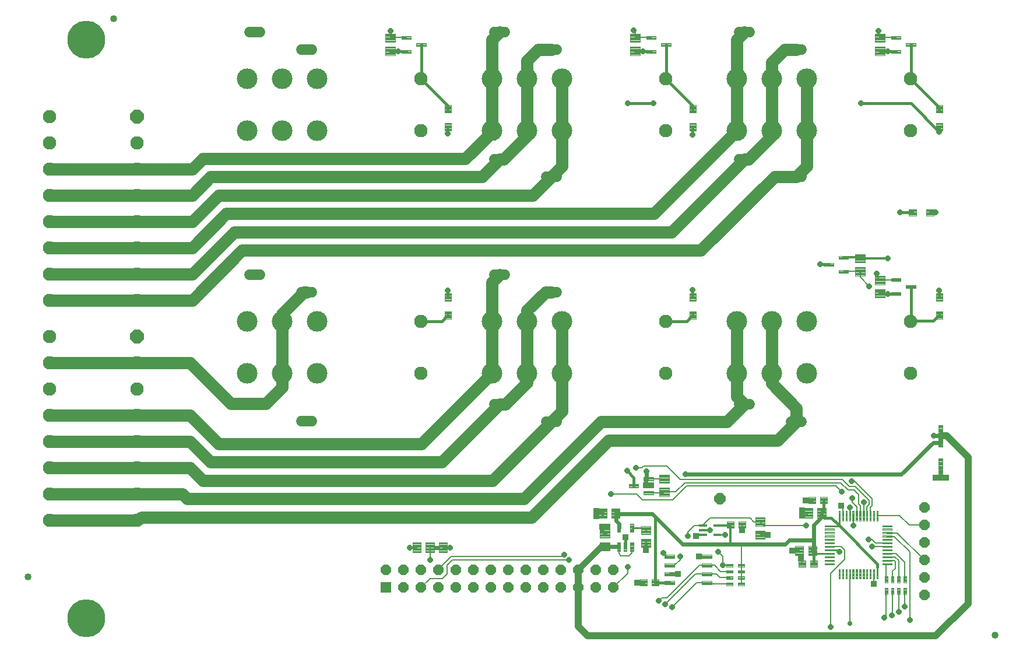
<source format=gtl>
G75*
%MOIN*%
%OFA0B0*%
%FSLAX25Y25*%
%IPPOS*%
%LPD*%
%AMOC8*
5,1,8,0,0,1.08239X$1,22.5*
%
%ADD10OC8,0.05906*%
%ADD11R,0.05906X0.05906*%
%ADD12C,0.00394*%
%ADD13C,0.00402*%
%ADD14C,0.00396*%
%ADD15C,0.00409*%
%ADD16C,0.00390*%
%ADD17C,0.00406*%
%ADD18C,0.04000*%
%ADD19C,0.11811*%
%ADD20C,0.07677*%
%ADD21C,0.06000*%
%ADD22OC8,0.07677*%
%ADD23OC8,0.06496*%
%ADD24C,0.00100*%
%ADD25C,0.21654*%
%ADD26R,0.03175X0.03175*%
%ADD27C,0.01600*%
%ADD28C,0.00800*%
%ADD29C,0.01000*%
%ADD30OC8,0.03175*%
%ADD31C,0.02400*%
%ADD32C,0.01200*%
%ADD33C,0.03200*%
%ADD34C,0.04000*%
%ADD35C,0.07000*%
%ADD36OC8,0.02781*%
D10*
X0309333Y0115232D03*
X0319333Y0115232D03*
X0329333Y0115232D03*
X0339333Y0115232D03*
X0349333Y0115232D03*
X0359333Y0115232D03*
X0369333Y0115232D03*
X0379333Y0115232D03*
X0389333Y0115232D03*
X0399333Y0115232D03*
X0409333Y0115232D03*
X0419333Y0115232D03*
X0429333Y0115232D03*
X0439333Y0115232D03*
X0439333Y0105232D03*
X0429333Y0105232D03*
X0419333Y0105232D03*
X0409333Y0105232D03*
X0399333Y0105232D03*
X0389333Y0105232D03*
X0379333Y0105232D03*
X0369333Y0105232D03*
X0359333Y0105232D03*
X0349333Y0105232D03*
X0339333Y0105232D03*
X0329333Y0105232D03*
X0319333Y0105232D03*
X0617188Y0100770D03*
X0617188Y0110770D03*
X0617188Y0120770D03*
X0617188Y0130770D03*
X0617188Y0140770D03*
X0617188Y0150770D03*
D11*
X0309333Y0105232D03*
D12*
X0454623Y0106249D02*
X0458559Y0106249D01*
X0454623Y0106249D02*
X0454623Y0109791D01*
X0458559Y0109791D01*
X0458559Y0106249D01*
X0458559Y0106642D02*
X0454623Y0106642D01*
X0454623Y0107035D02*
X0458559Y0107035D01*
X0458559Y0107428D02*
X0454623Y0107428D01*
X0454623Y0107821D02*
X0458559Y0107821D01*
X0458559Y0108214D02*
X0454623Y0108214D01*
X0454623Y0108607D02*
X0458559Y0108607D01*
X0458559Y0109000D02*
X0454623Y0109000D01*
X0454623Y0109393D02*
X0458559Y0109393D01*
X0458559Y0109786D02*
X0454623Y0109786D01*
X0461316Y0106249D02*
X0465252Y0106249D01*
X0461316Y0106249D02*
X0461316Y0109791D01*
X0465252Y0109791D01*
X0465252Y0106249D01*
X0465252Y0106642D02*
X0461316Y0106642D01*
X0461316Y0107035D02*
X0465252Y0107035D01*
X0465252Y0107428D02*
X0461316Y0107428D01*
X0461316Y0107821D02*
X0465252Y0107821D01*
X0465252Y0108214D02*
X0461316Y0108214D01*
X0461316Y0108607D02*
X0465252Y0108607D01*
X0465252Y0109000D02*
X0461316Y0109000D01*
X0461316Y0109393D02*
X0465252Y0109393D01*
X0465252Y0109786D02*
X0461316Y0109786D01*
X0504070Y0109961D02*
X0504070Y0111535D01*
X0507612Y0111535D01*
X0507612Y0109961D01*
X0504070Y0109961D01*
X0504070Y0110354D02*
X0507612Y0110354D01*
X0507612Y0110747D02*
X0504070Y0110747D01*
X0504070Y0111140D02*
X0507612Y0111140D01*
X0507612Y0111533D02*
X0504070Y0111533D01*
X0504070Y0113504D02*
X0504070Y0115078D01*
X0507612Y0115078D01*
X0507612Y0113504D01*
X0504070Y0113504D01*
X0504070Y0113897D02*
X0507612Y0113897D01*
X0507612Y0114290D02*
X0504070Y0114290D01*
X0504070Y0114683D02*
X0507612Y0114683D01*
X0507612Y0115076D02*
X0504070Y0115076D01*
X0504070Y0117048D02*
X0504070Y0118622D01*
X0507612Y0118622D01*
X0507612Y0117048D01*
X0504070Y0117048D01*
X0504070Y0117441D02*
X0507612Y0117441D01*
X0507612Y0117834D02*
X0504070Y0117834D01*
X0504070Y0118227D02*
X0507612Y0118227D01*
X0507612Y0118620D02*
X0504070Y0118620D01*
X0510763Y0118622D02*
X0510763Y0117048D01*
X0510763Y0118622D02*
X0514305Y0118622D01*
X0514305Y0117048D01*
X0510763Y0117048D01*
X0510763Y0117441D02*
X0514305Y0117441D01*
X0514305Y0117834D02*
X0510763Y0117834D01*
X0510763Y0118227D02*
X0514305Y0118227D01*
X0514305Y0118620D02*
X0510763Y0118620D01*
X0510763Y0115078D02*
X0510763Y0113504D01*
X0510763Y0115078D02*
X0514305Y0115078D01*
X0514305Y0113504D01*
X0510763Y0113504D01*
X0510763Y0113897D02*
X0514305Y0113897D01*
X0514305Y0114290D02*
X0510763Y0114290D01*
X0510763Y0114683D02*
X0514305Y0114683D01*
X0514305Y0115076D02*
X0510763Y0115076D01*
X0510763Y0111535D02*
X0510763Y0109961D01*
X0510763Y0111535D02*
X0514305Y0111535D01*
X0514305Y0109961D01*
X0510763Y0109961D01*
X0510763Y0110354D02*
X0514305Y0110354D01*
X0514305Y0110747D02*
X0510763Y0110747D01*
X0510763Y0111140D02*
X0514305Y0111140D01*
X0514305Y0111533D02*
X0510763Y0111533D01*
X0510763Y0107992D02*
X0510763Y0106418D01*
X0510763Y0107992D02*
X0514305Y0107992D01*
X0514305Y0106418D01*
X0510763Y0106418D01*
X0510763Y0106811D02*
X0514305Y0106811D01*
X0514305Y0107204D02*
X0510763Y0107204D01*
X0510763Y0107597D02*
X0514305Y0107597D01*
X0514305Y0107990D02*
X0510763Y0107990D01*
X0504070Y0107992D02*
X0504070Y0106418D01*
X0504070Y0107992D02*
X0507612Y0107992D01*
X0507612Y0106418D01*
X0504070Y0106418D01*
X0504070Y0106811D02*
X0507612Y0106811D01*
X0507612Y0107204D02*
X0504070Y0107204D01*
X0504070Y0107597D02*
X0507612Y0107597D01*
X0507612Y0107990D02*
X0504070Y0107990D01*
X0545373Y0120541D02*
X0549309Y0120541D01*
X0549309Y0116999D01*
X0545373Y0116999D01*
X0545373Y0120541D01*
X0545373Y0117392D02*
X0549309Y0117392D01*
X0549309Y0117785D02*
X0545373Y0117785D01*
X0545373Y0118178D02*
X0549309Y0118178D01*
X0549309Y0118571D02*
X0545373Y0118571D01*
X0545373Y0118964D02*
X0549309Y0118964D01*
X0549309Y0119357D02*
X0545373Y0119357D01*
X0545373Y0119750D02*
X0549309Y0119750D01*
X0549309Y0120143D02*
X0545373Y0120143D01*
X0545373Y0120536D02*
X0549309Y0120536D01*
X0552066Y0120541D02*
X0556002Y0120541D01*
X0556002Y0116999D01*
X0552066Y0116999D01*
X0552066Y0120541D01*
X0552066Y0117392D02*
X0556002Y0117392D01*
X0556002Y0117785D02*
X0552066Y0117785D01*
X0552066Y0118178D02*
X0556002Y0118178D01*
X0556002Y0118571D02*
X0552066Y0118571D01*
X0552066Y0118964D02*
X0556002Y0118964D01*
X0556002Y0119357D02*
X0552066Y0119357D01*
X0552066Y0119750D02*
X0556002Y0119750D01*
X0556002Y0120143D02*
X0552066Y0120143D01*
X0552066Y0120536D02*
X0556002Y0120536D01*
X0594586Y0111637D02*
X0596160Y0111637D01*
X0596160Y0108095D01*
X0594586Y0108095D01*
X0594586Y0111637D01*
X0594586Y0108488D02*
X0596160Y0108488D01*
X0596160Y0108881D02*
X0594586Y0108881D01*
X0594586Y0109274D02*
X0596160Y0109274D01*
X0596160Y0109667D02*
X0594586Y0109667D01*
X0594586Y0110060D02*
X0596160Y0110060D01*
X0596160Y0110453D02*
X0594586Y0110453D01*
X0594586Y0110846D02*
X0596160Y0110846D01*
X0596160Y0111239D02*
X0594586Y0111239D01*
X0594586Y0111632D02*
X0596160Y0111632D01*
X0598129Y0111637D02*
X0599703Y0111637D01*
X0599703Y0108095D01*
X0598129Y0108095D01*
X0598129Y0111637D01*
X0598129Y0108488D02*
X0599703Y0108488D01*
X0599703Y0108881D02*
X0598129Y0108881D01*
X0598129Y0109274D02*
X0599703Y0109274D01*
X0599703Y0109667D02*
X0598129Y0109667D01*
X0598129Y0110060D02*
X0599703Y0110060D01*
X0599703Y0110453D02*
X0598129Y0110453D01*
X0598129Y0110846D02*
X0599703Y0110846D01*
X0599703Y0111239D02*
X0598129Y0111239D01*
X0598129Y0111632D02*
X0599703Y0111632D01*
X0601672Y0111637D02*
X0603246Y0111637D01*
X0603246Y0108095D01*
X0601672Y0108095D01*
X0601672Y0111637D01*
X0601672Y0108488D02*
X0603246Y0108488D01*
X0603246Y0108881D02*
X0601672Y0108881D01*
X0601672Y0109274D02*
X0603246Y0109274D01*
X0603246Y0109667D02*
X0601672Y0109667D01*
X0601672Y0110060D02*
X0603246Y0110060D01*
X0603246Y0110453D02*
X0601672Y0110453D01*
X0601672Y0110846D02*
X0603246Y0110846D01*
X0603246Y0111239D02*
X0601672Y0111239D01*
X0601672Y0111632D02*
X0603246Y0111632D01*
X0605216Y0111637D02*
X0606790Y0111637D01*
X0606790Y0108095D01*
X0605216Y0108095D01*
X0605216Y0111637D01*
X0605216Y0108488D02*
X0606790Y0108488D01*
X0606790Y0108881D02*
X0605216Y0108881D01*
X0605216Y0109274D02*
X0606790Y0109274D01*
X0606790Y0109667D02*
X0605216Y0109667D01*
X0605216Y0110060D02*
X0606790Y0110060D01*
X0606790Y0110453D02*
X0605216Y0110453D01*
X0605216Y0110846D02*
X0606790Y0110846D01*
X0606790Y0111239D02*
X0605216Y0111239D01*
X0605216Y0111632D02*
X0606790Y0111632D01*
X0606790Y0104944D02*
X0605216Y0104944D01*
X0606790Y0104944D02*
X0606790Y0101402D01*
X0605216Y0101402D01*
X0605216Y0104944D01*
X0605216Y0101795D02*
X0606790Y0101795D01*
X0606790Y0102188D02*
X0605216Y0102188D01*
X0605216Y0102581D02*
X0606790Y0102581D01*
X0606790Y0102974D02*
X0605216Y0102974D01*
X0605216Y0103367D02*
X0606790Y0103367D01*
X0606790Y0103760D02*
X0605216Y0103760D01*
X0605216Y0104153D02*
X0606790Y0104153D01*
X0606790Y0104546D02*
X0605216Y0104546D01*
X0605216Y0104939D02*
X0606790Y0104939D01*
X0603246Y0104944D02*
X0601672Y0104944D01*
X0603246Y0104944D02*
X0603246Y0101402D01*
X0601672Y0101402D01*
X0601672Y0104944D01*
X0601672Y0101795D02*
X0603246Y0101795D01*
X0603246Y0102188D02*
X0601672Y0102188D01*
X0601672Y0102581D02*
X0603246Y0102581D01*
X0603246Y0102974D02*
X0601672Y0102974D01*
X0601672Y0103367D02*
X0603246Y0103367D01*
X0603246Y0103760D02*
X0601672Y0103760D01*
X0601672Y0104153D02*
X0603246Y0104153D01*
X0603246Y0104546D02*
X0601672Y0104546D01*
X0601672Y0104939D02*
X0603246Y0104939D01*
X0599703Y0104944D02*
X0598129Y0104944D01*
X0599703Y0104944D02*
X0599703Y0101402D01*
X0598129Y0101402D01*
X0598129Y0104944D01*
X0598129Y0101795D02*
X0599703Y0101795D01*
X0599703Y0102188D02*
X0598129Y0102188D01*
X0598129Y0102581D02*
X0599703Y0102581D01*
X0599703Y0102974D02*
X0598129Y0102974D01*
X0598129Y0103367D02*
X0599703Y0103367D01*
X0599703Y0103760D02*
X0598129Y0103760D01*
X0598129Y0104153D02*
X0599703Y0104153D01*
X0599703Y0104546D02*
X0598129Y0104546D01*
X0598129Y0104939D02*
X0599703Y0104939D01*
X0596160Y0104944D02*
X0594586Y0104944D01*
X0596160Y0104944D02*
X0596160Y0101402D01*
X0594586Y0101402D01*
X0594586Y0104944D01*
X0594586Y0101795D02*
X0596160Y0101795D01*
X0596160Y0102188D02*
X0594586Y0102188D01*
X0594586Y0102581D02*
X0596160Y0102581D01*
X0596160Y0102974D02*
X0594586Y0102974D01*
X0594586Y0103367D02*
X0596160Y0103367D01*
X0596160Y0103760D02*
X0594586Y0103760D01*
X0594586Y0104153D02*
X0596160Y0104153D01*
X0596160Y0104546D02*
X0594586Y0104546D01*
X0594586Y0104939D02*
X0596160Y0104939D01*
X0561502Y0153249D02*
X0557566Y0153249D01*
X0557566Y0156791D01*
X0561502Y0156791D01*
X0561502Y0153249D01*
X0561502Y0153642D02*
X0557566Y0153642D01*
X0557566Y0154035D02*
X0561502Y0154035D01*
X0561502Y0154428D02*
X0557566Y0154428D01*
X0557566Y0154821D02*
X0561502Y0154821D01*
X0561502Y0155214D02*
X0557566Y0155214D01*
X0557566Y0155607D02*
X0561502Y0155607D01*
X0561502Y0156000D02*
X0557566Y0156000D01*
X0557566Y0156393D02*
X0561502Y0156393D01*
X0561502Y0156786D02*
X0557566Y0156786D01*
X0554809Y0153249D02*
X0550873Y0153249D01*
X0550873Y0156791D01*
X0554809Y0156791D01*
X0554809Y0153249D01*
X0554809Y0153642D02*
X0550873Y0153642D01*
X0550873Y0154035D02*
X0554809Y0154035D01*
X0554809Y0154428D02*
X0550873Y0154428D01*
X0550873Y0154821D02*
X0554809Y0154821D01*
X0554809Y0155214D02*
X0550873Y0155214D01*
X0550873Y0155607D02*
X0554809Y0155607D01*
X0554809Y0156000D02*
X0550873Y0156000D01*
X0550873Y0156393D02*
X0554809Y0156393D01*
X0554809Y0156786D02*
X0550873Y0156786D01*
X0515002Y0139249D02*
X0511066Y0139249D01*
X0511066Y0142791D01*
X0515002Y0142791D01*
X0515002Y0139249D01*
X0515002Y0139642D02*
X0511066Y0139642D01*
X0511066Y0140035D02*
X0515002Y0140035D01*
X0515002Y0140428D02*
X0511066Y0140428D01*
X0511066Y0140821D02*
X0515002Y0140821D01*
X0515002Y0141214D02*
X0511066Y0141214D01*
X0511066Y0141607D02*
X0515002Y0141607D01*
X0515002Y0142000D02*
X0511066Y0142000D01*
X0511066Y0142393D02*
X0515002Y0142393D01*
X0515002Y0142786D02*
X0511066Y0142786D01*
X0508309Y0139249D02*
X0504373Y0139249D01*
X0504373Y0142791D01*
X0508309Y0142791D01*
X0508309Y0139249D01*
X0508309Y0139642D02*
X0504373Y0139642D01*
X0504373Y0140035D02*
X0508309Y0140035D01*
X0508309Y0140428D02*
X0504373Y0140428D01*
X0504373Y0140821D02*
X0508309Y0140821D01*
X0508309Y0141214D02*
X0504373Y0141214D01*
X0504373Y0141607D02*
X0508309Y0141607D01*
X0508309Y0142000D02*
X0504373Y0142000D01*
X0504373Y0142393D02*
X0508309Y0142393D01*
X0508309Y0142786D02*
X0504373Y0142786D01*
X0482917Y0258737D02*
X0482917Y0263067D01*
X0486459Y0263067D01*
X0486459Y0258737D01*
X0482917Y0258737D01*
X0482917Y0259130D02*
X0486459Y0259130D01*
X0486459Y0259523D02*
X0482917Y0259523D01*
X0482917Y0259916D02*
X0486459Y0259916D01*
X0486459Y0260309D02*
X0482917Y0260309D01*
X0482917Y0260702D02*
X0486459Y0260702D01*
X0486459Y0261095D02*
X0482917Y0261095D01*
X0482917Y0261488D02*
X0486459Y0261488D01*
X0486459Y0261881D02*
X0482917Y0261881D01*
X0482917Y0262274D02*
X0486459Y0262274D01*
X0486459Y0262667D02*
X0482917Y0262667D01*
X0482917Y0263060D02*
X0486459Y0263060D01*
X0482917Y0268973D02*
X0482917Y0273303D01*
X0486459Y0273303D01*
X0486459Y0268973D01*
X0482917Y0268973D01*
X0482917Y0269366D02*
X0486459Y0269366D01*
X0486459Y0269759D02*
X0482917Y0269759D01*
X0482917Y0270152D02*
X0486459Y0270152D01*
X0486459Y0270545D02*
X0482917Y0270545D01*
X0482917Y0270938D02*
X0486459Y0270938D01*
X0486459Y0271331D02*
X0482917Y0271331D01*
X0482917Y0271724D02*
X0486459Y0271724D01*
X0486459Y0272117D02*
X0482917Y0272117D01*
X0482917Y0272510D02*
X0486459Y0272510D01*
X0486459Y0272903D02*
X0482917Y0272903D01*
X0482917Y0273296D02*
X0486459Y0273296D01*
X0608155Y0321291D02*
X0612485Y0321291D01*
X0612485Y0317749D01*
X0608155Y0317749D01*
X0608155Y0321291D01*
X0608155Y0318142D02*
X0612485Y0318142D01*
X0612485Y0318535D02*
X0608155Y0318535D01*
X0608155Y0318928D02*
X0612485Y0318928D01*
X0612485Y0319321D02*
X0608155Y0319321D01*
X0608155Y0319714D02*
X0612485Y0319714D01*
X0612485Y0320107D02*
X0608155Y0320107D01*
X0608155Y0320500D02*
X0612485Y0320500D01*
X0612485Y0320893D02*
X0608155Y0320893D01*
X0608155Y0321286D02*
X0612485Y0321286D01*
X0618391Y0321291D02*
X0622721Y0321291D01*
X0622721Y0317749D01*
X0618391Y0317749D01*
X0618391Y0321291D01*
X0618391Y0318142D02*
X0622721Y0318142D01*
X0622721Y0318535D02*
X0618391Y0318535D01*
X0618391Y0318928D02*
X0622721Y0318928D01*
X0622721Y0319321D02*
X0618391Y0319321D01*
X0618391Y0319714D02*
X0622721Y0319714D01*
X0622721Y0320107D02*
X0618391Y0320107D01*
X0618391Y0320500D02*
X0622721Y0320500D01*
X0622721Y0320893D02*
X0618391Y0320893D01*
X0618391Y0321286D02*
X0622721Y0321286D01*
X0627459Y0366237D02*
X0627459Y0370567D01*
X0627459Y0366237D02*
X0623917Y0366237D01*
X0623917Y0370567D01*
X0627459Y0370567D01*
X0627459Y0366630D02*
X0623917Y0366630D01*
X0623917Y0367023D02*
X0627459Y0367023D01*
X0627459Y0367416D02*
X0623917Y0367416D01*
X0623917Y0367809D02*
X0627459Y0367809D01*
X0627459Y0368202D02*
X0623917Y0368202D01*
X0623917Y0368595D02*
X0627459Y0368595D01*
X0627459Y0368988D02*
X0623917Y0368988D01*
X0623917Y0369381D02*
X0627459Y0369381D01*
X0627459Y0369774D02*
X0623917Y0369774D01*
X0623917Y0370167D02*
X0627459Y0370167D01*
X0627459Y0370560D02*
X0623917Y0370560D01*
X0627459Y0376473D02*
X0627459Y0380803D01*
X0627459Y0376473D02*
X0623917Y0376473D01*
X0623917Y0380803D01*
X0627459Y0380803D01*
X0627459Y0376866D02*
X0623917Y0376866D01*
X0623917Y0377259D02*
X0627459Y0377259D01*
X0627459Y0377652D02*
X0623917Y0377652D01*
X0623917Y0378045D02*
X0627459Y0378045D01*
X0627459Y0378438D02*
X0623917Y0378438D01*
X0623917Y0378831D02*
X0627459Y0378831D01*
X0627459Y0379224D02*
X0623917Y0379224D01*
X0623917Y0379617D02*
X0627459Y0379617D01*
X0627459Y0380010D02*
X0623917Y0380010D01*
X0623917Y0380403D02*
X0627459Y0380403D01*
X0627459Y0380796D02*
X0623917Y0380796D01*
X0486459Y0380803D02*
X0486459Y0376473D01*
X0482917Y0376473D01*
X0482917Y0380803D01*
X0486459Y0380803D01*
X0486459Y0376866D02*
X0482917Y0376866D01*
X0482917Y0377259D02*
X0486459Y0377259D01*
X0486459Y0377652D02*
X0482917Y0377652D01*
X0482917Y0378045D02*
X0486459Y0378045D01*
X0486459Y0378438D02*
X0482917Y0378438D01*
X0482917Y0378831D02*
X0486459Y0378831D01*
X0486459Y0379224D02*
X0482917Y0379224D01*
X0482917Y0379617D02*
X0486459Y0379617D01*
X0486459Y0380010D02*
X0482917Y0380010D01*
X0482917Y0380403D02*
X0486459Y0380403D01*
X0486459Y0380796D02*
X0482917Y0380796D01*
X0486459Y0370567D02*
X0486459Y0366237D01*
X0482917Y0366237D01*
X0482917Y0370567D01*
X0486459Y0370567D01*
X0486459Y0366630D02*
X0482917Y0366630D01*
X0482917Y0367023D02*
X0486459Y0367023D01*
X0486459Y0367416D02*
X0482917Y0367416D01*
X0482917Y0367809D02*
X0486459Y0367809D01*
X0486459Y0368202D02*
X0482917Y0368202D01*
X0482917Y0368595D02*
X0486459Y0368595D01*
X0486459Y0368988D02*
X0482917Y0368988D01*
X0482917Y0369381D02*
X0486459Y0369381D01*
X0486459Y0369774D02*
X0482917Y0369774D01*
X0482917Y0370167D02*
X0486459Y0370167D01*
X0486459Y0370560D02*
X0482917Y0370560D01*
X0346459Y0370567D02*
X0346459Y0366237D01*
X0342917Y0366237D01*
X0342917Y0370567D01*
X0346459Y0370567D01*
X0346459Y0366630D02*
X0342917Y0366630D01*
X0342917Y0367023D02*
X0346459Y0367023D01*
X0346459Y0367416D02*
X0342917Y0367416D01*
X0342917Y0367809D02*
X0346459Y0367809D01*
X0346459Y0368202D02*
X0342917Y0368202D01*
X0342917Y0368595D02*
X0346459Y0368595D01*
X0346459Y0368988D02*
X0342917Y0368988D01*
X0342917Y0369381D02*
X0346459Y0369381D01*
X0346459Y0369774D02*
X0342917Y0369774D01*
X0342917Y0370167D02*
X0346459Y0370167D01*
X0346459Y0370560D02*
X0342917Y0370560D01*
X0346459Y0376473D02*
X0346459Y0380803D01*
X0346459Y0376473D02*
X0342917Y0376473D01*
X0342917Y0380803D01*
X0346459Y0380803D01*
X0346459Y0376866D02*
X0342917Y0376866D01*
X0342917Y0377259D02*
X0346459Y0377259D01*
X0346459Y0377652D02*
X0342917Y0377652D01*
X0342917Y0378045D02*
X0346459Y0378045D01*
X0346459Y0378438D02*
X0342917Y0378438D01*
X0342917Y0378831D02*
X0346459Y0378831D01*
X0346459Y0379224D02*
X0342917Y0379224D01*
X0342917Y0379617D02*
X0346459Y0379617D01*
X0346459Y0380010D02*
X0342917Y0380010D01*
X0342917Y0380403D02*
X0346459Y0380403D01*
X0346459Y0380796D02*
X0342917Y0380796D01*
X0342917Y0273303D02*
X0342917Y0268973D01*
X0342917Y0273303D02*
X0346459Y0273303D01*
X0346459Y0268973D01*
X0342917Y0268973D01*
X0342917Y0269366D02*
X0346459Y0269366D01*
X0346459Y0269759D02*
X0342917Y0269759D01*
X0342917Y0270152D02*
X0346459Y0270152D01*
X0346459Y0270545D02*
X0342917Y0270545D01*
X0342917Y0270938D02*
X0346459Y0270938D01*
X0346459Y0271331D02*
X0342917Y0271331D01*
X0342917Y0271724D02*
X0346459Y0271724D01*
X0346459Y0272117D02*
X0342917Y0272117D01*
X0342917Y0272510D02*
X0346459Y0272510D01*
X0346459Y0272903D02*
X0342917Y0272903D01*
X0342917Y0273296D02*
X0346459Y0273296D01*
X0342917Y0263067D02*
X0342917Y0258737D01*
X0342917Y0263067D02*
X0346459Y0263067D01*
X0346459Y0258737D01*
X0342917Y0258737D01*
X0342917Y0259130D02*
X0346459Y0259130D01*
X0346459Y0259523D02*
X0342917Y0259523D01*
X0342917Y0259916D02*
X0346459Y0259916D01*
X0346459Y0260309D02*
X0342917Y0260309D01*
X0342917Y0260702D02*
X0346459Y0260702D01*
X0346459Y0261095D02*
X0342917Y0261095D01*
X0342917Y0261488D02*
X0346459Y0261488D01*
X0346459Y0261881D02*
X0342917Y0261881D01*
X0342917Y0262274D02*
X0346459Y0262274D01*
X0346459Y0262667D02*
X0342917Y0262667D01*
X0342917Y0263060D02*
X0346459Y0263060D01*
X0623917Y0263067D02*
X0623917Y0258737D01*
X0623917Y0263067D02*
X0627459Y0263067D01*
X0627459Y0258737D01*
X0623917Y0258737D01*
X0623917Y0259130D02*
X0627459Y0259130D01*
X0627459Y0259523D02*
X0623917Y0259523D01*
X0623917Y0259916D02*
X0627459Y0259916D01*
X0627459Y0260309D02*
X0623917Y0260309D01*
X0623917Y0260702D02*
X0627459Y0260702D01*
X0627459Y0261095D02*
X0623917Y0261095D01*
X0623917Y0261488D02*
X0627459Y0261488D01*
X0627459Y0261881D02*
X0623917Y0261881D01*
X0623917Y0262274D02*
X0627459Y0262274D01*
X0627459Y0262667D02*
X0623917Y0262667D01*
X0623917Y0263060D02*
X0627459Y0263060D01*
X0623917Y0268973D02*
X0623917Y0273303D01*
X0627459Y0273303D01*
X0627459Y0268973D01*
X0623917Y0268973D01*
X0623917Y0269366D02*
X0627459Y0269366D01*
X0627459Y0269759D02*
X0623917Y0269759D01*
X0623917Y0270152D02*
X0627459Y0270152D01*
X0627459Y0270545D02*
X0623917Y0270545D01*
X0623917Y0270938D02*
X0627459Y0270938D01*
X0627459Y0271331D02*
X0623917Y0271331D01*
X0623917Y0271724D02*
X0627459Y0271724D01*
X0627459Y0272117D02*
X0623917Y0272117D01*
X0623917Y0272510D02*
X0627459Y0272510D01*
X0627459Y0272903D02*
X0623917Y0272903D01*
X0623917Y0273296D02*
X0627459Y0273296D01*
D13*
X0495668Y0123769D02*
X0489968Y0123769D01*
X0495668Y0123769D02*
X0495668Y0121809D01*
X0489968Y0121809D01*
X0489968Y0123769D01*
X0489968Y0122210D02*
X0495668Y0122210D01*
X0495668Y0122611D02*
X0489968Y0122611D01*
X0489968Y0123012D02*
X0495668Y0123012D01*
X0495668Y0123413D02*
X0489968Y0123413D01*
X0489968Y0118769D02*
X0495668Y0118769D01*
X0495668Y0116809D01*
X0489968Y0116809D01*
X0489968Y0118769D01*
X0489968Y0117210D02*
X0495668Y0117210D01*
X0495668Y0117611D02*
X0489968Y0117611D01*
X0489968Y0118012D02*
X0495668Y0118012D01*
X0495668Y0118413D02*
X0489968Y0118413D01*
X0489968Y0113769D02*
X0495668Y0113769D01*
X0495668Y0111809D01*
X0489968Y0111809D01*
X0489968Y0113769D01*
X0489968Y0112210D02*
X0495668Y0112210D01*
X0495668Y0112611D02*
X0489968Y0112611D01*
X0489968Y0113012D02*
X0495668Y0113012D01*
X0495668Y0113413D02*
X0489968Y0113413D01*
X0489968Y0108769D02*
X0495668Y0108769D01*
X0495668Y0106809D01*
X0489968Y0106809D01*
X0489968Y0108769D01*
X0489968Y0107210D02*
X0495668Y0107210D01*
X0495668Y0107611D02*
X0489968Y0107611D01*
X0489968Y0108012D02*
X0495668Y0108012D01*
X0495668Y0108413D02*
X0489968Y0108413D01*
X0474408Y0108769D02*
X0468708Y0108769D01*
X0474408Y0108769D02*
X0474408Y0106809D01*
X0468708Y0106809D01*
X0468708Y0108769D01*
X0468708Y0107210D02*
X0474408Y0107210D01*
X0474408Y0107611D02*
X0468708Y0107611D01*
X0468708Y0108012D02*
X0474408Y0108012D01*
X0474408Y0108413D02*
X0468708Y0108413D01*
X0468708Y0113769D02*
X0474408Y0113769D01*
X0474408Y0111809D01*
X0468708Y0111809D01*
X0468708Y0113769D01*
X0468708Y0112210D02*
X0474408Y0112210D01*
X0474408Y0112611D02*
X0468708Y0112611D01*
X0468708Y0113012D02*
X0474408Y0113012D01*
X0474408Y0113413D02*
X0468708Y0113413D01*
X0468708Y0118769D02*
X0474408Y0118769D01*
X0474408Y0116809D01*
X0468708Y0116809D01*
X0468708Y0118769D01*
X0468708Y0117210D02*
X0474408Y0117210D01*
X0474408Y0117611D02*
X0468708Y0117611D01*
X0468708Y0118012D02*
X0474408Y0118012D01*
X0474408Y0118413D02*
X0468708Y0118413D01*
X0468708Y0123769D02*
X0474408Y0123769D01*
X0474408Y0121809D01*
X0468708Y0121809D01*
X0468708Y0123769D01*
X0468708Y0122210D02*
X0474408Y0122210D01*
X0474408Y0122611D02*
X0468708Y0122611D01*
X0468708Y0123012D02*
X0474408Y0123012D01*
X0474408Y0123413D02*
X0468708Y0123413D01*
D14*
X0450790Y0125968D02*
X0450790Y0130772D01*
X0450790Y0125968D02*
X0448986Y0125968D01*
X0448986Y0130772D01*
X0450790Y0130772D01*
X0450790Y0126363D02*
X0448986Y0126363D01*
X0448986Y0126758D02*
X0450790Y0126758D01*
X0450790Y0127153D02*
X0448986Y0127153D01*
X0448986Y0127548D02*
X0450790Y0127548D01*
X0450790Y0127943D02*
X0448986Y0127943D01*
X0448986Y0128338D02*
X0450790Y0128338D01*
X0450790Y0128733D02*
X0448986Y0128733D01*
X0448986Y0129128D02*
X0450790Y0129128D01*
X0450790Y0129523D02*
X0448986Y0129523D01*
X0448986Y0129918D02*
X0450790Y0129918D01*
X0450790Y0130313D02*
X0448986Y0130313D01*
X0448986Y0130708D02*
X0450790Y0130708D01*
X0447090Y0130772D02*
X0447090Y0125968D01*
X0445286Y0125968D01*
X0445286Y0130772D01*
X0447090Y0130772D01*
X0447090Y0126363D02*
X0445286Y0126363D01*
X0445286Y0126758D02*
X0447090Y0126758D01*
X0447090Y0127153D02*
X0445286Y0127153D01*
X0445286Y0127548D02*
X0447090Y0127548D01*
X0447090Y0127943D02*
X0445286Y0127943D01*
X0445286Y0128338D02*
X0447090Y0128338D01*
X0447090Y0128733D02*
X0445286Y0128733D01*
X0445286Y0129128D02*
X0447090Y0129128D01*
X0447090Y0129523D02*
X0445286Y0129523D01*
X0445286Y0129918D02*
X0447090Y0129918D01*
X0447090Y0130313D02*
X0445286Y0130313D01*
X0445286Y0130708D02*
X0447090Y0130708D01*
X0443390Y0130772D02*
X0443390Y0125968D01*
X0441586Y0125968D01*
X0441586Y0130772D01*
X0443390Y0130772D01*
X0443390Y0126363D02*
X0441586Y0126363D01*
X0441586Y0126758D02*
X0443390Y0126758D01*
X0443390Y0127153D02*
X0441586Y0127153D01*
X0441586Y0127548D02*
X0443390Y0127548D01*
X0443390Y0127943D02*
X0441586Y0127943D01*
X0441586Y0128338D02*
X0443390Y0128338D01*
X0443390Y0128733D02*
X0441586Y0128733D01*
X0441586Y0129128D02*
X0443390Y0129128D01*
X0443390Y0129523D02*
X0441586Y0129523D01*
X0441586Y0129918D02*
X0443390Y0129918D01*
X0443390Y0130313D02*
X0441586Y0130313D01*
X0441586Y0130708D02*
X0443390Y0130708D01*
X0443390Y0136768D02*
X0443390Y0141572D01*
X0443390Y0136768D02*
X0441586Y0136768D01*
X0441586Y0141572D01*
X0443390Y0141572D01*
X0443390Y0137163D02*
X0441586Y0137163D01*
X0441586Y0137558D02*
X0443390Y0137558D01*
X0443390Y0137953D02*
X0441586Y0137953D01*
X0441586Y0138348D02*
X0443390Y0138348D01*
X0443390Y0138743D02*
X0441586Y0138743D01*
X0441586Y0139138D02*
X0443390Y0139138D01*
X0443390Y0139533D02*
X0441586Y0139533D01*
X0441586Y0139928D02*
X0443390Y0139928D01*
X0443390Y0140323D02*
X0441586Y0140323D01*
X0441586Y0140718D02*
X0443390Y0140718D01*
X0443390Y0141113D02*
X0441586Y0141113D01*
X0441586Y0141508D02*
X0443390Y0141508D01*
X0450790Y0141572D02*
X0450790Y0136768D01*
X0448986Y0136768D01*
X0448986Y0141572D01*
X0450790Y0141572D01*
X0450790Y0137163D02*
X0448986Y0137163D01*
X0448986Y0137558D02*
X0450790Y0137558D01*
X0450790Y0137953D02*
X0448986Y0137953D01*
X0448986Y0138348D02*
X0450790Y0138348D01*
X0450790Y0138743D02*
X0448986Y0138743D01*
X0448986Y0139138D02*
X0450790Y0139138D01*
X0450790Y0139533D02*
X0448986Y0139533D01*
X0448986Y0139928D02*
X0450790Y0139928D01*
X0450790Y0140323D02*
X0448986Y0140323D01*
X0448986Y0140718D02*
X0450790Y0140718D01*
X0450790Y0141113D02*
X0448986Y0141113D01*
X0448986Y0141508D02*
X0450790Y0141508D01*
X0456636Y0160172D02*
X0462240Y0160172D01*
X0462240Y0158368D01*
X0456636Y0158368D01*
X0456636Y0160172D01*
X0456636Y0158763D02*
X0462240Y0158763D01*
X0462240Y0159158D02*
X0456636Y0159158D01*
X0456636Y0159553D02*
X0462240Y0159553D01*
X0462240Y0159948D02*
X0456636Y0159948D01*
X0453740Y0164172D02*
X0448136Y0164172D01*
X0453740Y0164172D02*
X0453740Y0162368D01*
X0448136Y0162368D01*
X0448136Y0164172D01*
X0448136Y0162763D02*
X0453740Y0162763D01*
X0453740Y0163158D02*
X0448136Y0163158D01*
X0448136Y0163553D02*
X0453740Y0163553D01*
X0453740Y0163948D02*
X0448136Y0163948D01*
X0456636Y0168172D02*
X0462240Y0168172D01*
X0462240Y0166368D01*
X0456636Y0166368D01*
X0456636Y0168172D01*
X0456636Y0166763D02*
X0462240Y0166763D01*
X0462240Y0167158D02*
X0456636Y0167158D01*
X0456636Y0167553D02*
X0462240Y0167553D01*
X0462240Y0167948D02*
X0456636Y0167948D01*
X0560136Y0140672D02*
X0560136Y0139968D01*
X0560136Y0140672D02*
X0565540Y0140672D01*
X0565540Y0139968D01*
X0560136Y0139968D01*
X0560136Y0140363D02*
X0565540Y0140363D01*
X0560136Y0138772D02*
X0560136Y0138068D01*
X0560136Y0138772D02*
X0565540Y0138772D01*
X0565540Y0138068D01*
X0560136Y0138068D01*
X0560136Y0138463D02*
X0565540Y0138463D01*
X0560136Y0136772D02*
X0560136Y0136068D01*
X0560136Y0136772D02*
X0565540Y0136772D01*
X0565540Y0136068D01*
X0560136Y0136068D01*
X0560136Y0136463D02*
X0565540Y0136463D01*
X0560136Y0134772D02*
X0560136Y0134068D01*
X0560136Y0134772D02*
X0565540Y0134772D01*
X0565540Y0134068D01*
X0560136Y0134068D01*
X0560136Y0134463D02*
X0565540Y0134463D01*
X0560136Y0132872D02*
X0560136Y0132168D01*
X0560136Y0132872D02*
X0565540Y0132872D01*
X0565540Y0132168D01*
X0560136Y0132168D01*
X0560136Y0132563D02*
X0565540Y0132563D01*
X0560136Y0130872D02*
X0560136Y0130168D01*
X0560136Y0130872D02*
X0565540Y0130872D01*
X0565540Y0130168D01*
X0560136Y0130168D01*
X0560136Y0130563D02*
X0565540Y0130563D01*
X0560136Y0128872D02*
X0560136Y0128168D01*
X0560136Y0128872D02*
X0565540Y0128872D01*
X0565540Y0128168D01*
X0560136Y0128168D01*
X0560136Y0128563D02*
X0565540Y0128563D01*
X0560136Y0126872D02*
X0560136Y0126168D01*
X0560136Y0126872D02*
X0565540Y0126872D01*
X0565540Y0126168D01*
X0560136Y0126168D01*
X0560136Y0126563D02*
X0565540Y0126563D01*
X0560136Y0124972D02*
X0560136Y0124268D01*
X0560136Y0124972D02*
X0565540Y0124972D01*
X0565540Y0124268D01*
X0560136Y0124268D01*
X0560136Y0124663D02*
X0565540Y0124663D01*
X0560136Y0122972D02*
X0560136Y0122268D01*
X0560136Y0122972D02*
X0565540Y0122972D01*
X0565540Y0122268D01*
X0560136Y0122268D01*
X0560136Y0122663D02*
X0565540Y0122663D01*
X0560136Y0120972D02*
X0560136Y0120268D01*
X0560136Y0120972D02*
X0565540Y0120972D01*
X0565540Y0120268D01*
X0560136Y0120268D01*
X0560136Y0120663D02*
X0565540Y0120663D01*
X0560136Y0119072D02*
X0560136Y0118368D01*
X0560136Y0119072D02*
X0565540Y0119072D01*
X0565540Y0118368D01*
X0560136Y0118368D01*
X0560136Y0118763D02*
X0565540Y0118763D01*
X0568286Y0115622D02*
X0568990Y0115622D01*
X0568990Y0110218D01*
X0568286Y0110218D01*
X0568286Y0115622D01*
X0568286Y0110613D02*
X0568990Y0110613D01*
X0568990Y0111008D02*
X0568286Y0111008D01*
X0568286Y0111403D02*
X0568990Y0111403D01*
X0568990Y0111798D02*
X0568286Y0111798D01*
X0568286Y0112193D02*
X0568990Y0112193D01*
X0568990Y0112588D02*
X0568286Y0112588D01*
X0568286Y0112983D02*
X0568990Y0112983D01*
X0568990Y0113378D02*
X0568286Y0113378D01*
X0568286Y0113773D02*
X0568990Y0113773D01*
X0568990Y0114168D02*
X0568286Y0114168D01*
X0568286Y0114563D02*
X0568990Y0114563D01*
X0568990Y0114958D02*
X0568286Y0114958D01*
X0568286Y0115353D02*
X0568990Y0115353D01*
X0570186Y0115622D02*
X0570890Y0115622D01*
X0570890Y0110218D01*
X0570186Y0110218D01*
X0570186Y0115622D01*
X0570186Y0110613D02*
X0570890Y0110613D01*
X0570890Y0111008D02*
X0570186Y0111008D01*
X0570186Y0111403D02*
X0570890Y0111403D01*
X0570890Y0111798D02*
X0570186Y0111798D01*
X0570186Y0112193D02*
X0570890Y0112193D01*
X0570890Y0112588D02*
X0570186Y0112588D01*
X0570186Y0112983D02*
X0570890Y0112983D01*
X0570890Y0113378D02*
X0570186Y0113378D01*
X0570186Y0113773D02*
X0570890Y0113773D01*
X0570890Y0114168D02*
X0570186Y0114168D01*
X0570186Y0114563D02*
X0570890Y0114563D01*
X0570890Y0114958D02*
X0570186Y0114958D01*
X0570186Y0115353D02*
X0570890Y0115353D01*
X0572186Y0115622D02*
X0572890Y0115622D01*
X0572890Y0110218D01*
X0572186Y0110218D01*
X0572186Y0115622D01*
X0572186Y0110613D02*
X0572890Y0110613D01*
X0572890Y0111008D02*
X0572186Y0111008D01*
X0572186Y0111403D02*
X0572890Y0111403D01*
X0572890Y0111798D02*
X0572186Y0111798D01*
X0572186Y0112193D02*
X0572890Y0112193D01*
X0572890Y0112588D02*
X0572186Y0112588D01*
X0572186Y0112983D02*
X0572890Y0112983D01*
X0572890Y0113378D02*
X0572186Y0113378D01*
X0572186Y0113773D02*
X0572890Y0113773D01*
X0572890Y0114168D02*
X0572186Y0114168D01*
X0572186Y0114563D02*
X0572890Y0114563D01*
X0572890Y0114958D02*
X0572186Y0114958D01*
X0572186Y0115353D02*
X0572890Y0115353D01*
X0574186Y0115622D02*
X0574890Y0115622D01*
X0574890Y0110218D01*
X0574186Y0110218D01*
X0574186Y0115622D01*
X0574186Y0110613D02*
X0574890Y0110613D01*
X0574890Y0111008D02*
X0574186Y0111008D01*
X0574186Y0111403D02*
X0574890Y0111403D01*
X0574890Y0111798D02*
X0574186Y0111798D01*
X0574186Y0112193D02*
X0574890Y0112193D01*
X0574890Y0112588D02*
X0574186Y0112588D01*
X0574186Y0112983D02*
X0574890Y0112983D01*
X0574890Y0113378D02*
X0574186Y0113378D01*
X0574186Y0113773D02*
X0574890Y0113773D01*
X0574890Y0114168D02*
X0574186Y0114168D01*
X0574186Y0114563D02*
X0574890Y0114563D01*
X0574890Y0114958D02*
X0574186Y0114958D01*
X0574186Y0115353D02*
X0574890Y0115353D01*
X0576086Y0115622D02*
X0576790Y0115622D01*
X0576790Y0110218D01*
X0576086Y0110218D01*
X0576086Y0115622D01*
X0576086Y0110613D02*
X0576790Y0110613D01*
X0576790Y0111008D02*
X0576086Y0111008D01*
X0576086Y0111403D02*
X0576790Y0111403D01*
X0576790Y0111798D02*
X0576086Y0111798D01*
X0576086Y0112193D02*
X0576790Y0112193D01*
X0576790Y0112588D02*
X0576086Y0112588D01*
X0576086Y0112983D02*
X0576790Y0112983D01*
X0576790Y0113378D02*
X0576086Y0113378D01*
X0576086Y0113773D02*
X0576790Y0113773D01*
X0576790Y0114168D02*
X0576086Y0114168D01*
X0576086Y0114563D02*
X0576790Y0114563D01*
X0576790Y0114958D02*
X0576086Y0114958D01*
X0576086Y0115353D02*
X0576790Y0115353D01*
X0578086Y0115622D02*
X0578790Y0115622D01*
X0578790Y0110218D01*
X0578086Y0110218D01*
X0578086Y0115622D01*
X0578086Y0110613D02*
X0578790Y0110613D01*
X0578790Y0111008D02*
X0578086Y0111008D01*
X0578086Y0111403D02*
X0578790Y0111403D01*
X0578790Y0111798D02*
X0578086Y0111798D01*
X0578086Y0112193D02*
X0578790Y0112193D01*
X0578790Y0112588D02*
X0578086Y0112588D01*
X0578086Y0112983D02*
X0578790Y0112983D01*
X0578790Y0113378D02*
X0578086Y0113378D01*
X0578086Y0113773D02*
X0578790Y0113773D01*
X0578790Y0114168D02*
X0578086Y0114168D01*
X0578086Y0114563D02*
X0578790Y0114563D01*
X0578790Y0114958D02*
X0578086Y0114958D01*
X0578086Y0115353D02*
X0578790Y0115353D01*
X0580086Y0115622D02*
X0580790Y0115622D01*
X0580790Y0110218D01*
X0580086Y0110218D01*
X0580086Y0115622D01*
X0580086Y0110613D02*
X0580790Y0110613D01*
X0580790Y0111008D02*
X0580086Y0111008D01*
X0580086Y0111403D02*
X0580790Y0111403D01*
X0580790Y0111798D02*
X0580086Y0111798D01*
X0580086Y0112193D02*
X0580790Y0112193D01*
X0580790Y0112588D02*
X0580086Y0112588D01*
X0580086Y0112983D02*
X0580790Y0112983D01*
X0580790Y0113378D02*
X0580086Y0113378D01*
X0580086Y0113773D02*
X0580790Y0113773D01*
X0580790Y0114168D02*
X0580086Y0114168D01*
X0580086Y0114563D02*
X0580790Y0114563D01*
X0580790Y0114958D02*
X0580086Y0114958D01*
X0580086Y0115353D02*
X0580790Y0115353D01*
X0582086Y0115622D02*
X0582790Y0115622D01*
X0582790Y0110218D01*
X0582086Y0110218D01*
X0582086Y0115622D01*
X0582086Y0110613D02*
X0582790Y0110613D01*
X0582790Y0111008D02*
X0582086Y0111008D01*
X0582086Y0111403D02*
X0582790Y0111403D01*
X0582790Y0111798D02*
X0582086Y0111798D01*
X0582086Y0112193D02*
X0582790Y0112193D01*
X0582790Y0112588D02*
X0582086Y0112588D01*
X0582086Y0112983D02*
X0582790Y0112983D01*
X0582790Y0113378D02*
X0582086Y0113378D01*
X0582086Y0113773D02*
X0582790Y0113773D01*
X0582790Y0114168D02*
X0582086Y0114168D01*
X0582086Y0114563D02*
X0582790Y0114563D01*
X0582790Y0114958D02*
X0582086Y0114958D01*
X0582086Y0115353D02*
X0582790Y0115353D01*
X0583986Y0115622D02*
X0584690Y0115622D01*
X0584690Y0110218D01*
X0583986Y0110218D01*
X0583986Y0115622D01*
X0583986Y0110613D02*
X0584690Y0110613D01*
X0584690Y0111008D02*
X0583986Y0111008D01*
X0583986Y0111403D02*
X0584690Y0111403D01*
X0584690Y0111798D02*
X0583986Y0111798D01*
X0583986Y0112193D02*
X0584690Y0112193D01*
X0584690Y0112588D02*
X0583986Y0112588D01*
X0583986Y0112983D02*
X0584690Y0112983D01*
X0584690Y0113378D02*
X0583986Y0113378D01*
X0583986Y0113773D02*
X0584690Y0113773D01*
X0584690Y0114168D02*
X0583986Y0114168D01*
X0583986Y0114563D02*
X0584690Y0114563D01*
X0584690Y0114958D02*
X0583986Y0114958D01*
X0583986Y0115353D02*
X0584690Y0115353D01*
X0585986Y0115622D02*
X0586690Y0115622D01*
X0586690Y0110218D01*
X0585986Y0110218D01*
X0585986Y0115622D01*
X0585986Y0110613D02*
X0586690Y0110613D01*
X0586690Y0111008D02*
X0585986Y0111008D01*
X0585986Y0111403D02*
X0586690Y0111403D01*
X0586690Y0111798D02*
X0585986Y0111798D01*
X0585986Y0112193D02*
X0586690Y0112193D01*
X0586690Y0112588D02*
X0585986Y0112588D01*
X0585986Y0112983D02*
X0586690Y0112983D01*
X0586690Y0113378D02*
X0585986Y0113378D01*
X0585986Y0113773D02*
X0586690Y0113773D01*
X0586690Y0114168D02*
X0585986Y0114168D01*
X0585986Y0114563D02*
X0586690Y0114563D01*
X0586690Y0114958D02*
X0585986Y0114958D01*
X0585986Y0115353D02*
X0586690Y0115353D01*
X0587986Y0115622D02*
X0588690Y0115622D01*
X0588690Y0110218D01*
X0587986Y0110218D01*
X0587986Y0115622D01*
X0587986Y0110613D02*
X0588690Y0110613D01*
X0588690Y0111008D02*
X0587986Y0111008D01*
X0587986Y0111403D02*
X0588690Y0111403D01*
X0588690Y0111798D02*
X0587986Y0111798D01*
X0587986Y0112193D02*
X0588690Y0112193D01*
X0588690Y0112588D02*
X0587986Y0112588D01*
X0587986Y0112983D02*
X0588690Y0112983D01*
X0588690Y0113378D02*
X0587986Y0113378D01*
X0587986Y0113773D02*
X0588690Y0113773D01*
X0588690Y0114168D02*
X0587986Y0114168D01*
X0587986Y0114563D02*
X0588690Y0114563D01*
X0588690Y0114958D02*
X0587986Y0114958D01*
X0587986Y0115353D02*
X0588690Y0115353D01*
X0589886Y0115622D02*
X0590590Y0115622D01*
X0590590Y0110218D01*
X0589886Y0110218D01*
X0589886Y0115622D01*
X0589886Y0110613D02*
X0590590Y0110613D01*
X0590590Y0111008D02*
X0589886Y0111008D01*
X0589886Y0111403D02*
X0590590Y0111403D01*
X0590590Y0111798D02*
X0589886Y0111798D01*
X0589886Y0112193D02*
X0590590Y0112193D01*
X0590590Y0112588D02*
X0589886Y0112588D01*
X0589886Y0112983D02*
X0590590Y0112983D01*
X0590590Y0113378D02*
X0589886Y0113378D01*
X0589886Y0113773D02*
X0590590Y0113773D01*
X0590590Y0114168D02*
X0589886Y0114168D01*
X0589886Y0114563D02*
X0590590Y0114563D01*
X0590590Y0114958D02*
X0589886Y0114958D01*
X0589886Y0115353D02*
X0590590Y0115353D01*
X0593336Y0118368D02*
X0593336Y0119072D01*
X0598740Y0119072D01*
X0598740Y0118368D01*
X0593336Y0118368D01*
X0593336Y0118763D02*
X0598740Y0118763D01*
X0593336Y0120268D02*
X0593336Y0120972D01*
X0598740Y0120972D01*
X0598740Y0120268D01*
X0593336Y0120268D01*
X0593336Y0120663D02*
X0598740Y0120663D01*
X0593336Y0122268D02*
X0593336Y0122972D01*
X0598740Y0122972D01*
X0598740Y0122268D01*
X0593336Y0122268D01*
X0593336Y0122663D02*
X0598740Y0122663D01*
X0593336Y0124268D02*
X0593336Y0124972D01*
X0598740Y0124972D01*
X0598740Y0124268D01*
X0593336Y0124268D01*
X0593336Y0124663D02*
X0598740Y0124663D01*
X0593336Y0126168D02*
X0593336Y0126872D01*
X0598740Y0126872D01*
X0598740Y0126168D01*
X0593336Y0126168D01*
X0593336Y0126563D02*
X0598740Y0126563D01*
X0593336Y0128168D02*
X0593336Y0128872D01*
X0598740Y0128872D01*
X0598740Y0128168D01*
X0593336Y0128168D01*
X0593336Y0128563D02*
X0598740Y0128563D01*
X0593336Y0130168D02*
X0593336Y0130872D01*
X0598740Y0130872D01*
X0598740Y0130168D01*
X0593336Y0130168D01*
X0593336Y0130563D02*
X0598740Y0130563D01*
X0593336Y0132168D02*
X0593336Y0132872D01*
X0598740Y0132872D01*
X0598740Y0132168D01*
X0593336Y0132168D01*
X0593336Y0132563D02*
X0598740Y0132563D01*
X0593336Y0134068D02*
X0593336Y0134772D01*
X0598740Y0134772D01*
X0598740Y0134068D01*
X0593336Y0134068D01*
X0593336Y0134463D02*
X0598740Y0134463D01*
X0593336Y0136068D02*
X0593336Y0136772D01*
X0598740Y0136772D01*
X0598740Y0136068D01*
X0593336Y0136068D01*
X0593336Y0136463D02*
X0598740Y0136463D01*
X0593336Y0138068D02*
X0593336Y0138772D01*
X0598740Y0138772D01*
X0598740Y0138068D01*
X0593336Y0138068D01*
X0593336Y0138463D02*
X0598740Y0138463D01*
X0593336Y0139968D02*
X0593336Y0140672D01*
X0598740Y0140672D01*
X0598740Y0139968D01*
X0593336Y0139968D01*
X0593336Y0140363D02*
X0598740Y0140363D01*
X0590590Y0148822D02*
X0589886Y0148822D01*
X0590590Y0148822D02*
X0590590Y0143418D01*
X0589886Y0143418D01*
X0589886Y0148822D01*
X0589886Y0143813D02*
X0590590Y0143813D01*
X0590590Y0144208D02*
X0589886Y0144208D01*
X0589886Y0144603D02*
X0590590Y0144603D01*
X0590590Y0144998D02*
X0589886Y0144998D01*
X0589886Y0145393D02*
X0590590Y0145393D01*
X0590590Y0145788D02*
X0589886Y0145788D01*
X0589886Y0146183D02*
X0590590Y0146183D01*
X0590590Y0146578D02*
X0589886Y0146578D01*
X0589886Y0146973D02*
X0590590Y0146973D01*
X0590590Y0147368D02*
X0589886Y0147368D01*
X0589886Y0147763D02*
X0590590Y0147763D01*
X0590590Y0148158D02*
X0589886Y0148158D01*
X0589886Y0148553D02*
X0590590Y0148553D01*
X0588690Y0148822D02*
X0587986Y0148822D01*
X0588690Y0148822D02*
X0588690Y0143418D01*
X0587986Y0143418D01*
X0587986Y0148822D01*
X0587986Y0143813D02*
X0588690Y0143813D01*
X0588690Y0144208D02*
X0587986Y0144208D01*
X0587986Y0144603D02*
X0588690Y0144603D01*
X0588690Y0144998D02*
X0587986Y0144998D01*
X0587986Y0145393D02*
X0588690Y0145393D01*
X0588690Y0145788D02*
X0587986Y0145788D01*
X0587986Y0146183D02*
X0588690Y0146183D01*
X0588690Y0146578D02*
X0587986Y0146578D01*
X0587986Y0146973D02*
X0588690Y0146973D01*
X0588690Y0147368D02*
X0587986Y0147368D01*
X0587986Y0147763D02*
X0588690Y0147763D01*
X0588690Y0148158D02*
X0587986Y0148158D01*
X0587986Y0148553D02*
X0588690Y0148553D01*
X0586690Y0148822D02*
X0585986Y0148822D01*
X0586690Y0148822D02*
X0586690Y0143418D01*
X0585986Y0143418D01*
X0585986Y0148822D01*
X0585986Y0143813D02*
X0586690Y0143813D01*
X0586690Y0144208D02*
X0585986Y0144208D01*
X0585986Y0144603D02*
X0586690Y0144603D01*
X0586690Y0144998D02*
X0585986Y0144998D01*
X0585986Y0145393D02*
X0586690Y0145393D01*
X0586690Y0145788D02*
X0585986Y0145788D01*
X0585986Y0146183D02*
X0586690Y0146183D01*
X0586690Y0146578D02*
X0585986Y0146578D01*
X0585986Y0146973D02*
X0586690Y0146973D01*
X0586690Y0147368D02*
X0585986Y0147368D01*
X0585986Y0147763D02*
X0586690Y0147763D01*
X0586690Y0148158D02*
X0585986Y0148158D01*
X0585986Y0148553D02*
X0586690Y0148553D01*
X0584690Y0148822D02*
X0583986Y0148822D01*
X0584690Y0148822D02*
X0584690Y0143418D01*
X0583986Y0143418D01*
X0583986Y0148822D01*
X0583986Y0143813D02*
X0584690Y0143813D01*
X0584690Y0144208D02*
X0583986Y0144208D01*
X0583986Y0144603D02*
X0584690Y0144603D01*
X0584690Y0144998D02*
X0583986Y0144998D01*
X0583986Y0145393D02*
X0584690Y0145393D01*
X0584690Y0145788D02*
X0583986Y0145788D01*
X0583986Y0146183D02*
X0584690Y0146183D01*
X0584690Y0146578D02*
X0583986Y0146578D01*
X0583986Y0146973D02*
X0584690Y0146973D01*
X0584690Y0147368D02*
X0583986Y0147368D01*
X0583986Y0147763D02*
X0584690Y0147763D01*
X0584690Y0148158D02*
X0583986Y0148158D01*
X0583986Y0148553D02*
X0584690Y0148553D01*
X0582790Y0148822D02*
X0582086Y0148822D01*
X0582790Y0148822D02*
X0582790Y0143418D01*
X0582086Y0143418D01*
X0582086Y0148822D01*
X0582086Y0143813D02*
X0582790Y0143813D01*
X0582790Y0144208D02*
X0582086Y0144208D01*
X0582086Y0144603D02*
X0582790Y0144603D01*
X0582790Y0144998D02*
X0582086Y0144998D01*
X0582086Y0145393D02*
X0582790Y0145393D01*
X0582790Y0145788D02*
X0582086Y0145788D01*
X0582086Y0146183D02*
X0582790Y0146183D01*
X0582790Y0146578D02*
X0582086Y0146578D01*
X0582086Y0146973D02*
X0582790Y0146973D01*
X0582790Y0147368D02*
X0582086Y0147368D01*
X0582086Y0147763D02*
X0582790Y0147763D01*
X0582790Y0148158D02*
X0582086Y0148158D01*
X0582086Y0148553D02*
X0582790Y0148553D01*
X0580790Y0148822D02*
X0580086Y0148822D01*
X0580790Y0148822D02*
X0580790Y0143418D01*
X0580086Y0143418D01*
X0580086Y0148822D01*
X0580086Y0143813D02*
X0580790Y0143813D01*
X0580790Y0144208D02*
X0580086Y0144208D01*
X0580086Y0144603D02*
X0580790Y0144603D01*
X0580790Y0144998D02*
X0580086Y0144998D01*
X0580086Y0145393D02*
X0580790Y0145393D01*
X0580790Y0145788D02*
X0580086Y0145788D01*
X0580086Y0146183D02*
X0580790Y0146183D01*
X0580790Y0146578D02*
X0580086Y0146578D01*
X0580086Y0146973D02*
X0580790Y0146973D01*
X0580790Y0147368D02*
X0580086Y0147368D01*
X0580086Y0147763D02*
X0580790Y0147763D01*
X0580790Y0148158D02*
X0580086Y0148158D01*
X0580086Y0148553D02*
X0580790Y0148553D01*
X0578790Y0148822D02*
X0578086Y0148822D01*
X0578790Y0148822D02*
X0578790Y0143418D01*
X0578086Y0143418D01*
X0578086Y0148822D01*
X0578086Y0143813D02*
X0578790Y0143813D01*
X0578790Y0144208D02*
X0578086Y0144208D01*
X0578086Y0144603D02*
X0578790Y0144603D01*
X0578790Y0144998D02*
X0578086Y0144998D01*
X0578086Y0145393D02*
X0578790Y0145393D01*
X0578790Y0145788D02*
X0578086Y0145788D01*
X0578086Y0146183D02*
X0578790Y0146183D01*
X0578790Y0146578D02*
X0578086Y0146578D01*
X0578086Y0146973D02*
X0578790Y0146973D01*
X0578790Y0147368D02*
X0578086Y0147368D01*
X0578086Y0147763D02*
X0578790Y0147763D01*
X0578790Y0148158D02*
X0578086Y0148158D01*
X0578086Y0148553D02*
X0578790Y0148553D01*
X0576790Y0148822D02*
X0576086Y0148822D01*
X0576790Y0148822D02*
X0576790Y0143418D01*
X0576086Y0143418D01*
X0576086Y0148822D01*
X0576086Y0143813D02*
X0576790Y0143813D01*
X0576790Y0144208D02*
X0576086Y0144208D01*
X0576086Y0144603D02*
X0576790Y0144603D01*
X0576790Y0144998D02*
X0576086Y0144998D01*
X0576086Y0145393D02*
X0576790Y0145393D01*
X0576790Y0145788D02*
X0576086Y0145788D01*
X0576086Y0146183D02*
X0576790Y0146183D01*
X0576790Y0146578D02*
X0576086Y0146578D01*
X0576086Y0146973D02*
X0576790Y0146973D01*
X0576790Y0147368D02*
X0576086Y0147368D01*
X0576086Y0147763D02*
X0576790Y0147763D01*
X0576790Y0148158D02*
X0576086Y0148158D01*
X0576086Y0148553D02*
X0576790Y0148553D01*
X0574890Y0148822D02*
X0574186Y0148822D01*
X0574890Y0148822D02*
X0574890Y0143418D01*
X0574186Y0143418D01*
X0574186Y0148822D01*
X0574186Y0143813D02*
X0574890Y0143813D01*
X0574890Y0144208D02*
X0574186Y0144208D01*
X0574186Y0144603D02*
X0574890Y0144603D01*
X0574890Y0144998D02*
X0574186Y0144998D01*
X0574186Y0145393D02*
X0574890Y0145393D01*
X0574890Y0145788D02*
X0574186Y0145788D01*
X0574186Y0146183D02*
X0574890Y0146183D01*
X0574890Y0146578D02*
X0574186Y0146578D01*
X0574186Y0146973D02*
X0574890Y0146973D01*
X0574890Y0147368D02*
X0574186Y0147368D01*
X0574186Y0147763D02*
X0574890Y0147763D01*
X0574890Y0148158D02*
X0574186Y0148158D01*
X0574186Y0148553D02*
X0574890Y0148553D01*
X0572890Y0148822D02*
X0572186Y0148822D01*
X0572890Y0148822D02*
X0572890Y0143418D01*
X0572186Y0143418D01*
X0572186Y0148822D01*
X0572186Y0143813D02*
X0572890Y0143813D01*
X0572890Y0144208D02*
X0572186Y0144208D01*
X0572186Y0144603D02*
X0572890Y0144603D01*
X0572890Y0144998D02*
X0572186Y0144998D01*
X0572186Y0145393D02*
X0572890Y0145393D01*
X0572890Y0145788D02*
X0572186Y0145788D01*
X0572186Y0146183D02*
X0572890Y0146183D01*
X0572890Y0146578D02*
X0572186Y0146578D01*
X0572186Y0146973D02*
X0572890Y0146973D01*
X0572890Y0147368D02*
X0572186Y0147368D01*
X0572186Y0147763D02*
X0572890Y0147763D01*
X0572890Y0148158D02*
X0572186Y0148158D01*
X0572186Y0148553D02*
X0572890Y0148553D01*
X0570890Y0148822D02*
X0570186Y0148822D01*
X0570890Y0148822D02*
X0570890Y0143418D01*
X0570186Y0143418D01*
X0570186Y0148822D01*
X0570186Y0143813D02*
X0570890Y0143813D01*
X0570890Y0144208D02*
X0570186Y0144208D01*
X0570186Y0144603D02*
X0570890Y0144603D01*
X0570890Y0144998D02*
X0570186Y0144998D01*
X0570186Y0145393D02*
X0570890Y0145393D01*
X0570890Y0145788D02*
X0570186Y0145788D01*
X0570186Y0146183D02*
X0570890Y0146183D01*
X0570890Y0146578D02*
X0570186Y0146578D01*
X0570186Y0146973D02*
X0570890Y0146973D01*
X0570890Y0147368D02*
X0570186Y0147368D01*
X0570186Y0147763D02*
X0570890Y0147763D01*
X0570890Y0148158D02*
X0570186Y0148158D01*
X0570186Y0148553D02*
X0570890Y0148553D01*
X0568990Y0148822D02*
X0568286Y0148822D01*
X0568990Y0148822D02*
X0568990Y0143418D01*
X0568286Y0143418D01*
X0568286Y0148822D01*
X0568286Y0143813D02*
X0568990Y0143813D01*
X0568990Y0144208D02*
X0568286Y0144208D01*
X0568286Y0144603D02*
X0568990Y0144603D01*
X0568990Y0144998D02*
X0568286Y0144998D01*
X0568286Y0145393D02*
X0568990Y0145393D01*
X0568990Y0145788D02*
X0568286Y0145788D01*
X0568286Y0146183D02*
X0568990Y0146183D01*
X0568990Y0146578D02*
X0568286Y0146578D01*
X0568286Y0146973D02*
X0568990Y0146973D01*
X0568990Y0147368D02*
X0568286Y0147368D01*
X0568286Y0147763D02*
X0568990Y0147763D01*
X0568990Y0148158D02*
X0568286Y0148158D01*
X0568286Y0148553D02*
X0568990Y0148553D01*
X0598136Y0272118D02*
X0603740Y0272118D01*
X0598136Y0272118D02*
X0598136Y0273922D01*
X0603740Y0273922D01*
X0603740Y0272118D01*
X0603740Y0272513D02*
X0598136Y0272513D01*
X0598136Y0272908D02*
X0603740Y0272908D01*
X0603740Y0273303D02*
X0598136Y0273303D01*
X0598136Y0273698D02*
X0603740Y0273698D01*
X0606636Y0276118D02*
X0612240Y0276118D01*
X0606636Y0276118D02*
X0606636Y0277922D01*
X0612240Y0277922D01*
X0612240Y0276118D01*
X0612240Y0276513D02*
X0606636Y0276513D01*
X0606636Y0276908D02*
X0612240Y0276908D01*
X0612240Y0277303D02*
X0606636Y0277303D01*
X0606636Y0277698D02*
X0612240Y0277698D01*
X0603740Y0280118D02*
X0598136Y0280118D01*
X0598136Y0281922D01*
X0603740Y0281922D01*
X0603740Y0280118D01*
X0603740Y0280513D02*
X0598136Y0280513D01*
X0598136Y0280908D02*
X0603740Y0280908D01*
X0603740Y0281303D02*
X0598136Y0281303D01*
X0598136Y0281698D02*
X0603740Y0281698D01*
X0573740Y0286672D02*
X0568136Y0286672D01*
X0573740Y0286672D02*
X0573740Y0284868D01*
X0568136Y0284868D01*
X0568136Y0286672D01*
X0568136Y0285263D02*
X0573740Y0285263D01*
X0573740Y0285658D02*
X0568136Y0285658D01*
X0568136Y0286053D02*
X0573740Y0286053D01*
X0573740Y0286448D02*
X0568136Y0286448D01*
X0565240Y0290672D02*
X0559636Y0290672D01*
X0565240Y0290672D02*
X0565240Y0288868D01*
X0559636Y0288868D01*
X0559636Y0290672D01*
X0559636Y0289263D02*
X0565240Y0289263D01*
X0565240Y0289658D02*
X0559636Y0289658D01*
X0559636Y0290053D02*
X0565240Y0290053D01*
X0565240Y0290448D02*
X0559636Y0290448D01*
X0568136Y0294672D02*
X0573740Y0294672D01*
X0573740Y0292868D01*
X0568136Y0292868D01*
X0568136Y0294672D01*
X0568136Y0293263D02*
X0573740Y0293263D01*
X0573740Y0293658D02*
X0568136Y0293658D01*
X0568136Y0294053D02*
X0573740Y0294053D01*
X0573740Y0294448D02*
X0568136Y0294448D01*
X0598136Y0410618D02*
X0603740Y0410618D01*
X0598136Y0410618D02*
X0598136Y0412422D01*
X0603740Y0412422D01*
X0603740Y0410618D01*
X0603740Y0411013D02*
X0598136Y0411013D01*
X0598136Y0411408D02*
X0603740Y0411408D01*
X0603740Y0411803D02*
X0598136Y0411803D01*
X0598136Y0412198D02*
X0603740Y0412198D01*
X0606636Y0414618D02*
X0612240Y0414618D01*
X0606636Y0414618D02*
X0606636Y0416422D01*
X0612240Y0416422D01*
X0612240Y0414618D01*
X0612240Y0415013D02*
X0606636Y0415013D01*
X0606636Y0415408D02*
X0612240Y0415408D01*
X0612240Y0415803D02*
X0606636Y0415803D01*
X0606636Y0416198D02*
X0612240Y0416198D01*
X0603740Y0418618D02*
X0598136Y0418618D01*
X0598136Y0420422D01*
X0603740Y0420422D01*
X0603740Y0418618D01*
X0603740Y0419013D02*
X0598136Y0419013D01*
X0598136Y0419408D02*
X0603740Y0419408D01*
X0603740Y0419803D02*
X0598136Y0419803D01*
X0598136Y0420198D02*
X0603740Y0420198D01*
X0472240Y0414618D02*
X0466636Y0414618D01*
X0466636Y0416422D01*
X0472240Y0416422D01*
X0472240Y0414618D01*
X0472240Y0415013D02*
X0466636Y0415013D01*
X0466636Y0415408D02*
X0472240Y0415408D01*
X0472240Y0415803D02*
X0466636Y0415803D01*
X0466636Y0416198D02*
X0472240Y0416198D01*
X0463740Y0418618D02*
X0458136Y0418618D01*
X0458136Y0420422D01*
X0463740Y0420422D01*
X0463740Y0418618D01*
X0463740Y0419013D02*
X0458136Y0419013D01*
X0458136Y0419408D02*
X0463740Y0419408D01*
X0463740Y0419803D02*
X0458136Y0419803D01*
X0458136Y0420198D02*
X0463740Y0420198D01*
X0463740Y0410618D02*
X0458136Y0410618D01*
X0458136Y0412422D01*
X0463740Y0412422D01*
X0463740Y0410618D01*
X0463740Y0411013D02*
X0458136Y0411013D01*
X0458136Y0411408D02*
X0463740Y0411408D01*
X0463740Y0411803D02*
X0458136Y0411803D01*
X0458136Y0412198D02*
X0463740Y0412198D01*
X0332240Y0414618D02*
X0326636Y0414618D01*
X0326636Y0416422D01*
X0332240Y0416422D01*
X0332240Y0414618D01*
X0332240Y0415013D02*
X0326636Y0415013D01*
X0326636Y0415408D02*
X0332240Y0415408D01*
X0332240Y0415803D02*
X0326636Y0415803D01*
X0326636Y0416198D02*
X0332240Y0416198D01*
X0323740Y0418618D02*
X0318136Y0418618D01*
X0318136Y0420422D01*
X0323740Y0420422D01*
X0323740Y0418618D01*
X0323740Y0419013D02*
X0318136Y0419013D01*
X0318136Y0419408D02*
X0323740Y0419408D01*
X0323740Y0419803D02*
X0318136Y0419803D01*
X0318136Y0420198D02*
X0323740Y0420198D01*
X0323740Y0410618D02*
X0318136Y0410618D01*
X0318136Y0412422D01*
X0323740Y0412422D01*
X0323740Y0410618D01*
X0323740Y0411013D02*
X0318136Y0411013D01*
X0318136Y0411408D02*
X0323740Y0411408D01*
X0323740Y0411803D02*
X0318136Y0411803D01*
X0318136Y0412198D02*
X0323740Y0412198D01*
D15*
X0308939Y0414135D02*
X0308939Y0409425D01*
X0308939Y0414135D02*
X0314437Y0414135D01*
X0314437Y0409425D01*
X0308939Y0409425D01*
X0308939Y0409833D02*
X0314437Y0409833D01*
X0314437Y0410241D02*
X0308939Y0410241D01*
X0308939Y0410649D02*
X0314437Y0410649D01*
X0314437Y0411057D02*
X0308939Y0411057D01*
X0308939Y0411465D02*
X0314437Y0411465D01*
X0314437Y0411873D02*
X0308939Y0411873D01*
X0308939Y0412281D02*
X0314437Y0412281D01*
X0314437Y0412689D02*
X0308939Y0412689D01*
X0308939Y0413097D02*
X0314437Y0413097D01*
X0314437Y0413505D02*
X0308939Y0413505D01*
X0308939Y0413913D02*
X0314437Y0413913D01*
X0308939Y0416905D02*
X0308939Y0421615D01*
X0314437Y0421615D01*
X0314437Y0416905D01*
X0308939Y0416905D01*
X0308939Y0417313D02*
X0314437Y0417313D01*
X0314437Y0417721D02*
X0308939Y0417721D01*
X0308939Y0418129D02*
X0314437Y0418129D01*
X0314437Y0418537D02*
X0308939Y0418537D01*
X0308939Y0418945D02*
X0314437Y0418945D01*
X0314437Y0419353D02*
X0308939Y0419353D01*
X0308939Y0419761D02*
X0314437Y0419761D01*
X0314437Y0420169D02*
X0308939Y0420169D01*
X0308939Y0420577D02*
X0314437Y0420577D01*
X0314437Y0420985D02*
X0308939Y0420985D01*
X0308939Y0421393D02*
X0314437Y0421393D01*
X0448939Y0421615D02*
X0448939Y0416905D01*
X0448939Y0421615D02*
X0454437Y0421615D01*
X0454437Y0416905D01*
X0448939Y0416905D01*
X0448939Y0417313D02*
X0454437Y0417313D01*
X0454437Y0417721D02*
X0448939Y0417721D01*
X0448939Y0418129D02*
X0454437Y0418129D01*
X0454437Y0418537D02*
X0448939Y0418537D01*
X0448939Y0418945D02*
X0454437Y0418945D01*
X0454437Y0419353D02*
X0448939Y0419353D01*
X0448939Y0419761D02*
X0454437Y0419761D01*
X0454437Y0420169D02*
X0448939Y0420169D01*
X0448939Y0420577D02*
X0454437Y0420577D01*
X0454437Y0420985D02*
X0448939Y0420985D01*
X0448939Y0421393D02*
X0454437Y0421393D01*
X0448939Y0414135D02*
X0448939Y0409425D01*
X0448939Y0414135D02*
X0454437Y0414135D01*
X0454437Y0409425D01*
X0448939Y0409425D01*
X0448939Y0409833D02*
X0454437Y0409833D01*
X0454437Y0410241D02*
X0448939Y0410241D01*
X0448939Y0410649D02*
X0454437Y0410649D01*
X0454437Y0411057D02*
X0448939Y0411057D01*
X0448939Y0411465D02*
X0454437Y0411465D01*
X0454437Y0411873D02*
X0448939Y0411873D01*
X0448939Y0412281D02*
X0454437Y0412281D01*
X0454437Y0412689D02*
X0448939Y0412689D01*
X0448939Y0413097D02*
X0454437Y0413097D01*
X0454437Y0413505D02*
X0448939Y0413505D01*
X0448939Y0413913D02*
X0454437Y0413913D01*
X0588939Y0414135D02*
X0588939Y0409425D01*
X0588939Y0414135D02*
X0594437Y0414135D01*
X0594437Y0409425D01*
X0588939Y0409425D01*
X0588939Y0409833D02*
X0594437Y0409833D01*
X0594437Y0410241D02*
X0588939Y0410241D01*
X0588939Y0410649D02*
X0594437Y0410649D01*
X0594437Y0411057D02*
X0588939Y0411057D01*
X0588939Y0411465D02*
X0594437Y0411465D01*
X0594437Y0411873D02*
X0588939Y0411873D01*
X0588939Y0412281D02*
X0594437Y0412281D01*
X0594437Y0412689D02*
X0588939Y0412689D01*
X0588939Y0413097D02*
X0594437Y0413097D01*
X0594437Y0413505D02*
X0588939Y0413505D01*
X0588939Y0413913D02*
X0594437Y0413913D01*
X0588939Y0416905D02*
X0588939Y0421615D01*
X0594437Y0421615D01*
X0594437Y0416905D01*
X0588939Y0416905D01*
X0588939Y0417313D02*
X0594437Y0417313D01*
X0594437Y0417721D02*
X0588939Y0417721D01*
X0588939Y0418129D02*
X0594437Y0418129D01*
X0594437Y0418537D02*
X0588939Y0418537D01*
X0588939Y0418945D02*
X0594437Y0418945D01*
X0594437Y0419353D02*
X0588939Y0419353D01*
X0588939Y0419761D02*
X0594437Y0419761D01*
X0594437Y0420169D02*
X0588939Y0420169D01*
X0588939Y0420577D02*
X0594437Y0420577D01*
X0594437Y0420985D02*
X0588939Y0420985D01*
X0588939Y0421393D02*
X0594437Y0421393D01*
X0583187Y0295615D02*
X0583187Y0290905D01*
X0577689Y0290905D01*
X0577689Y0295615D01*
X0583187Y0295615D01*
X0583187Y0291313D02*
X0577689Y0291313D01*
X0577689Y0291721D02*
X0583187Y0291721D01*
X0583187Y0292129D02*
X0577689Y0292129D01*
X0577689Y0292537D02*
X0583187Y0292537D01*
X0583187Y0292945D02*
X0577689Y0292945D01*
X0577689Y0293353D02*
X0583187Y0293353D01*
X0583187Y0293761D02*
X0577689Y0293761D01*
X0577689Y0294169D02*
X0583187Y0294169D01*
X0583187Y0294577D02*
X0577689Y0294577D01*
X0577689Y0294985D02*
X0583187Y0294985D01*
X0583187Y0295393D02*
X0577689Y0295393D01*
X0583187Y0288135D02*
X0583187Y0283425D01*
X0577689Y0283425D01*
X0577689Y0288135D01*
X0583187Y0288135D01*
X0583187Y0283833D02*
X0577689Y0283833D01*
X0577689Y0284241D02*
X0583187Y0284241D01*
X0583187Y0284649D02*
X0577689Y0284649D01*
X0577689Y0285057D02*
X0583187Y0285057D01*
X0583187Y0285465D02*
X0577689Y0285465D01*
X0577689Y0285873D02*
X0583187Y0285873D01*
X0583187Y0286281D02*
X0577689Y0286281D01*
X0577689Y0286689D02*
X0583187Y0286689D01*
X0583187Y0287097D02*
X0577689Y0287097D01*
X0577689Y0287505D02*
X0583187Y0287505D01*
X0583187Y0287913D02*
X0577689Y0287913D01*
X0588939Y0283115D02*
X0588939Y0278405D01*
X0588939Y0283115D02*
X0594437Y0283115D01*
X0594437Y0278405D01*
X0588939Y0278405D01*
X0588939Y0278813D02*
X0594437Y0278813D01*
X0594437Y0279221D02*
X0588939Y0279221D01*
X0588939Y0279629D02*
X0594437Y0279629D01*
X0594437Y0280037D02*
X0588939Y0280037D01*
X0588939Y0280445D02*
X0594437Y0280445D01*
X0594437Y0280853D02*
X0588939Y0280853D01*
X0588939Y0281261D02*
X0594437Y0281261D01*
X0594437Y0281669D02*
X0588939Y0281669D01*
X0588939Y0282077D02*
X0594437Y0282077D01*
X0594437Y0282485D02*
X0588939Y0282485D01*
X0588939Y0282893D02*
X0594437Y0282893D01*
X0588939Y0275635D02*
X0588939Y0270925D01*
X0588939Y0275635D02*
X0594437Y0275635D01*
X0594437Y0270925D01*
X0588939Y0270925D01*
X0588939Y0271333D02*
X0594437Y0271333D01*
X0594437Y0271741D02*
X0588939Y0271741D01*
X0588939Y0272149D02*
X0594437Y0272149D01*
X0594437Y0272557D02*
X0588939Y0272557D01*
X0588939Y0272965D02*
X0594437Y0272965D01*
X0594437Y0273373D02*
X0588939Y0273373D01*
X0588939Y0273781D02*
X0594437Y0273781D01*
X0594437Y0274189D02*
X0588939Y0274189D01*
X0588939Y0274597D02*
X0594437Y0274597D01*
X0594437Y0275005D02*
X0588939Y0275005D01*
X0588939Y0275413D02*
X0594437Y0275413D01*
X0471187Y0169615D02*
X0471187Y0164905D01*
X0465689Y0164905D01*
X0465689Y0169615D01*
X0471187Y0169615D01*
X0471187Y0165313D02*
X0465689Y0165313D01*
X0465689Y0165721D02*
X0471187Y0165721D01*
X0471187Y0166129D02*
X0465689Y0166129D01*
X0465689Y0166537D02*
X0471187Y0166537D01*
X0471187Y0166945D02*
X0465689Y0166945D01*
X0465689Y0167353D02*
X0471187Y0167353D01*
X0471187Y0167761D02*
X0465689Y0167761D01*
X0465689Y0168169D02*
X0471187Y0168169D01*
X0471187Y0168577D02*
X0465689Y0168577D01*
X0465689Y0168985D02*
X0471187Y0168985D01*
X0471187Y0169393D02*
X0465689Y0169393D01*
X0471187Y0162135D02*
X0471187Y0157425D01*
X0465689Y0157425D01*
X0465689Y0162135D01*
X0471187Y0162135D01*
X0471187Y0157833D02*
X0465689Y0157833D01*
X0465689Y0158241D02*
X0471187Y0158241D01*
X0471187Y0158649D02*
X0465689Y0158649D01*
X0465689Y0159057D02*
X0471187Y0159057D01*
X0471187Y0159465D02*
X0465689Y0159465D01*
X0465689Y0159873D02*
X0471187Y0159873D01*
X0471187Y0160281D02*
X0465689Y0160281D01*
X0465689Y0160689D02*
X0471187Y0160689D01*
X0471187Y0161097D02*
X0465689Y0161097D01*
X0465689Y0161505D02*
X0471187Y0161505D01*
X0471187Y0161913D02*
X0465689Y0161913D01*
X0443033Y0150269D02*
X0438323Y0150269D01*
X0443033Y0150269D02*
X0443033Y0144771D01*
X0438323Y0144771D01*
X0438323Y0150269D01*
X0438323Y0145179D02*
X0443033Y0145179D01*
X0443033Y0145587D02*
X0438323Y0145587D01*
X0438323Y0145995D02*
X0443033Y0145995D01*
X0443033Y0146403D02*
X0438323Y0146403D01*
X0438323Y0146811D02*
X0443033Y0146811D01*
X0443033Y0147219D02*
X0438323Y0147219D01*
X0438323Y0147627D02*
X0443033Y0147627D01*
X0443033Y0148035D02*
X0438323Y0148035D01*
X0438323Y0148443D02*
X0443033Y0148443D01*
X0443033Y0148851D02*
X0438323Y0148851D01*
X0438323Y0149259D02*
X0443033Y0149259D01*
X0443033Y0149667D02*
X0438323Y0149667D01*
X0438323Y0150075D02*
X0443033Y0150075D01*
X0435553Y0150269D02*
X0430843Y0150269D01*
X0435553Y0150269D02*
X0435553Y0144771D01*
X0430843Y0144771D01*
X0430843Y0150269D01*
X0430843Y0145179D02*
X0435553Y0145179D01*
X0435553Y0145587D02*
X0430843Y0145587D01*
X0430843Y0145995D02*
X0435553Y0145995D01*
X0435553Y0146403D02*
X0430843Y0146403D01*
X0430843Y0146811D02*
X0435553Y0146811D01*
X0435553Y0147219D02*
X0430843Y0147219D01*
X0430843Y0147627D02*
X0435553Y0147627D01*
X0435553Y0148035D02*
X0430843Y0148035D01*
X0430843Y0148443D02*
X0435553Y0148443D01*
X0435553Y0148851D02*
X0430843Y0148851D01*
X0430843Y0149259D02*
X0435553Y0149259D01*
X0435553Y0149667D02*
X0430843Y0149667D01*
X0430843Y0150075D02*
X0435553Y0150075D01*
X0431689Y0138365D02*
X0431689Y0133655D01*
X0431689Y0138365D02*
X0437187Y0138365D01*
X0437187Y0133655D01*
X0431689Y0133655D01*
X0431689Y0134063D02*
X0437187Y0134063D01*
X0437187Y0134471D02*
X0431689Y0134471D01*
X0431689Y0134879D02*
X0437187Y0134879D01*
X0437187Y0135287D02*
X0431689Y0135287D01*
X0431689Y0135695D02*
X0437187Y0135695D01*
X0437187Y0136103D02*
X0431689Y0136103D01*
X0431689Y0136511D02*
X0437187Y0136511D01*
X0437187Y0136919D02*
X0431689Y0136919D01*
X0431689Y0137327D02*
X0437187Y0137327D01*
X0437187Y0137735D02*
X0431689Y0137735D01*
X0431689Y0138143D02*
X0437187Y0138143D01*
X0431689Y0130885D02*
X0431689Y0126175D01*
X0431689Y0130885D02*
X0437187Y0130885D01*
X0437187Y0126175D01*
X0431689Y0126175D01*
X0431689Y0126583D02*
X0437187Y0126583D01*
X0437187Y0126991D02*
X0431689Y0126991D01*
X0431689Y0127399D02*
X0437187Y0127399D01*
X0437187Y0127807D02*
X0431689Y0127807D01*
X0431689Y0128215D02*
X0437187Y0128215D01*
X0437187Y0128623D02*
X0431689Y0128623D01*
X0431689Y0129031D02*
X0437187Y0129031D01*
X0437187Y0129439D02*
X0431689Y0129439D01*
X0431689Y0129847D02*
X0437187Y0129847D01*
X0437187Y0130255D02*
X0431689Y0130255D01*
X0431689Y0130663D02*
X0437187Y0130663D01*
X0460687Y0132885D02*
X0460687Y0128175D01*
X0455189Y0128175D01*
X0455189Y0132885D01*
X0460687Y0132885D01*
X0460687Y0128583D02*
X0455189Y0128583D01*
X0455189Y0128991D02*
X0460687Y0128991D01*
X0460687Y0129399D02*
X0455189Y0129399D01*
X0455189Y0129807D02*
X0460687Y0129807D01*
X0460687Y0130215D02*
X0455189Y0130215D01*
X0455189Y0130623D02*
X0460687Y0130623D01*
X0460687Y0131031D02*
X0455189Y0131031D01*
X0455189Y0131439D02*
X0460687Y0131439D01*
X0460687Y0131847D02*
X0455189Y0131847D01*
X0455189Y0132255D02*
X0460687Y0132255D01*
X0460687Y0132663D02*
X0455189Y0132663D01*
X0460687Y0135655D02*
X0460687Y0140365D01*
X0460687Y0135655D02*
X0455189Y0135655D01*
X0455189Y0140365D01*
X0460687Y0140365D01*
X0460687Y0136063D02*
X0455189Y0136063D01*
X0455189Y0136471D02*
X0460687Y0136471D01*
X0460687Y0136879D02*
X0455189Y0136879D01*
X0455189Y0137287D02*
X0460687Y0137287D01*
X0460687Y0137695D02*
X0455189Y0137695D01*
X0455189Y0138103D02*
X0460687Y0138103D01*
X0460687Y0138511D02*
X0455189Y0138511D01*
X0455189Y0138919D02*
X0460687Y0138919D01*
X0460687Y0139327D02*
X0455189Y0139327D01*
X0455189Y0139735D02*
X0460687Y0139735D01*
X0460687Y0140143D02*
X0455189Y0140143D01*
X0525937Y0140405D02*
X0525937Y0145115D01*
X0525937Y0140405D02*
X0520439Y0140405D01*
X0520439Y0145115D01*
X0525937Y0145115D01*
X0525937Y0140813D02*
X0520439Y0140813D01*
X0520439Y0141221D02*
X0525937Y0141221D01*
X0525937Y0141629D02*
X0520439Y0141629D01*
X0520439Y0142037D02*
X0525937Y0142037D01*
X0525937Y0142445D02*
X0520439Y0142445D01*
X0520439Y0142853D02*
X0525937Y0142853D01*
X0525937Y0143261D02*
X0520439Y0143261D01*
X0520439Y0143669D02*
X0525937Y0143669D01*
X0525937Y0144077D02*
X0520439Y0144077D01*
X0520439Y0144485D02*
X0525937Y0144485D01*
X0525937Y0144893D02*
X0520439Y0144893D01*
X0525937Y0137635D02*
X0525937Y0132925D01*
X0520439Y0132925D01*
X0520439Y0137635D01*
X0525937Y0137635D01*
X0525937Y0133333D02*
X0520439Y0133333D01*
X0520439Y0133741D02*
X0525937Y0133741D01*
X0525937Y0134149D02*
X0520439Y0134149D01*
X0520439Y0134557D02*
X0525937Y0134557D01*
X0525937Y0134965D02*
X0520439Y0134965D01*
X0520439Y0135373D02*
X0525937Y0135373D01*
X0525937Y0135781D02*
X0520439Y0135781D01*
X0520439Y0136189D02*
X0525937Y0136189D01*
X0525937Y0136597D02*
X0520439Y0136597D01*
X0520439Y0137005D02*
X0525937Y0137005D01*
X0525937Y0137413D02*
X0520439Y0137413D01*
X0543343Y0123521D02*
X0548053Y0123521D01*
X0543343Y0123521D02*
X0543343Y0129019D01*
X0548053Y0129019D01*
X0548053Y0123521D01*
X0548053Y0123929D02*
X0543343Y0123929D01*
X0543343Y0124337D02*
X0548053Y0124337D01*
X0548053Y0124745D02*
X0543343Y0124745D01*
X0543343Y0125153D02*
X0548053Y0125153D01*
X0548053Y0125561D02*
X0543343Y0125561D01*
X0543343Y0125969D02*
X0548053Y0125969D01*
X0548053Y0126377D02*
X0543343Y0126377D01*
X0543343Y0126785D02*
X0548053Y0126785D01*
X0548053Y0127193D02*
X0543343Y0127193D01*
X0543343Y0127601D02*
X0548053Y0127601D01*
X0548053Y0128009D02*
X0543343Y0128009D01*
X0543343Y0128417D02*
X0548053Y0128417D01*
X0548053Y0128825D02*
X0543343Y0128825D01*
X0550823Y0123521D02*
X0555533Y0123521D01*
X0550823Y0123521D02*
X0550823Y0129019D01*
X0555533Y0129019D01*
X0555533Y0123521D01*
X0555533Y0123929D02*
X0550823Y0123929D01*
X0550823Y0124337D02*
X0555533Y0124337D01*
X0555533Y0124745D02*
X0550823Y0124745D01*
X0550823Y0125153D02*
X0555533Y0125153D01*
X0555533Y0125561D02*
X0550823Y0125561D01*
X0550823Y0125969D02*
X0555533Y0125969D01*
X0555533Y0126377D02*
X0550823Y0126377D01*
X0550823Y0126785D02*
X0555533Y0126785D01*
X0555533Y0127193D02*
X0550823Y0127193D01*
X0550823Y0127601D02*
X0555533Y0127601D01*
X0555533Y0128009D02*
X0550823Y0128009D01*
X0550823Y0128417D02*
X0555533Y0128417D01*
X0555533Y0128825D02*
X0550823Y0128825D01*
X0548593Y0150519D02*
X0553303Y0150519D01*
X0553303Y0145021D01*
X0548593Y0145021D01*
X0548593Y0150519D01*
X0548593Y0145429D02*
X0553303Y0145429D01*
X0553303Y0145837D02*
X0548593Y0145837D01*
X0548593Y0146245D02*
X0553303Y0146245D01*
X0553303Y0146653D02*
X0548593Y0146653D01*
X0548593Y0147061D02*
X0553303Y0147061D01*
X0553303Y0147469D02*
X0548593Y0147469D01*
X0548593Y0147877D02*
X0553303Y0147877D01*
X0553303Y0148285D02*
X0548593Y0148285D01*
X0548593Y0148693D02*
X0553303Y0148693D01*
X0553303Y0149101D02*
X0548593Y0149101D01*
X0548593Y0149509D02*
X0553303Y0149509D01*
X0553303Y0149917D02*
X0548593Y0149917D01*
X0548593Y0150325D02*
X0553303Y0150325D01*
X0556073Y0150519D02*
X0560783Y0150519D01*
X0560783Y0145021D01*
X0556073Y0145021D01*
X0556073Y0150519D01*
X0556073Y0145429D02*
X0560783Y0145429D01*
X0560783Y0145837D02*
X0556073Y0145837D01*
X0556073Y0146245D02*
X0560783Y0146245D01*
X0560783Y0146653D02*
X0556073Y0146653D01*
X0556073Y0147061D02*
X0560783Y0147061D01*
X0560783Y0147469D02*
X0556073Y0147469D01*
X0556073Y0147877D02*
X0560783Y0147877D01*
X0560783Y0148285D02*
X0556073Y0148285D01*
X0556073Y0148693D02*
X0560783Y0148693D01*
X0560783Y0149101D02*
X0556073Y0149101D01*
X0556073Y0149509D02*
X0560783Y0149509D01*
X0560783Y0149917D02*
X0556073Y0149917D01*
X0556073Y0150325D02*
X0560783Y0150325D01*
X0344273Y0125271D02*
X0339563Y0125271D01*
X0339563Y0130769D01*
X0344273Y0130769D01*
X0344273Y0125271D01*
X0344273Y0125679D02*
X0339563Y0125679D01*
X0339563Y0126087D02*
X0344273Y0126087D01*
X0344273Y0126495D02*
X0339563Y0126495D01*
X0339563Y0126903D02*
X0344273Y0126903D01*
X0344273Y0127311D02*
X0339563Y0127311D01*
X0339563Y0127719D02*
X0344273Y0127719D01*
X0344273Y0128127D02*
X0339563Y0128127D01*
X0339563Y0128535D02*
X0344273Y0128535D01*
X0344273Y0128943D02*
X0339563Y0128943D01*
X0339563Y0129351D02*
X0344273Y0129351D01*
X0344273Y0129759D02*
X0339563Y0129759D01*
X0339563Y0130167D02*
X0344273Y0130167D01*
X0344273Y0130575D02*
X0339563Y0130575D01*
X0336793Y0125271D02*
X0332083Y0125271D01*
X0332083Y0130769D01*
X0336793Y0130769D01*
X0336793Y0125271D01*
X0336793Y0125679D02*
X0332083Y0125679D01*
X0332083Y0126087D02*
X0336793Y0126087D01*
X0336793Y0126495D02*
X0332083Y0126495D01*
X0332083Y0126903D02*
X0336793Y0126903D01*
X0336793Y0127311D02*
X0332083Y0127311D01*
X0332083Y0127719D02*
X0336793Y0127719D01*
X0336793Y0128127D02*
X0332083Y0128127D01*
X0332083Y0128535D02*
X0336793Y0128535D01*
X0336793Y0128943D02*
X0332083Y0128943D01*
X0332083Y0129351D02*
X0336793Y0129351D01*
X0336793Y0129759D02*
X0332083Y0129759D01*
X0332083Y0130167D02*
X0336793Y0130167D01*
X0336793Y0130575D02*
X0332083Y0130575D01*
X0329312Y0125271D02*
X0324602Y0125271D01*
X0324602Y0130769D01*
X0329312Y0130769D01*
X0329312Y0125271D01*
X0329312Y0125679D02*
X0324602Y0125679D01*
X0324602Y0126087D02*
X0329312Y0126087D01*
X0329312Y0126495D02*
X0324602Y0126495D01*
X0324602Y0126903D02*
X0329312Y0126903D01*
X0329312Y0127311D02*
X0324602Y0127311D01*
X0324602Y0127719D02*
X0329312Y0127719D01*
X0329312Y0128127D02*
X0324602Y0128127D01*
X0324602Y0128535D02*
X0329312Y0128535D01*
X0329312Y0128943D02*
X0324602Y0128943D01*
X0324602Y0129351D02*
X0329312Y0129351D01*
X0329312Y0129759D02*
X0324602Y0129759D01*
X0324602Y0130167D02*
X0329312Y0130167D01*
X0329312Y0130575D02*
X0324602Y0130575D01*
D16*
X0625133Y0166565D02*
X0625133Y0178975D01*
X0627743Y0178975D01*
X0627743Y0166565D01*
X0625133Y0166565D01*
X0625133Y0166954D02*
X0627743Y0166954D01*
X0627743Y0167343D02*
X0625133Y0167343D01*
X0625133Y0167732D02*
X0627743Y0167732D01*
X0627743Y0168121D02*
X0625133Y0168121D01*
X0625133Y0168510D02*
X0627743Y0168510D01*
X0627743Y0168899D02*
X0625133Y0168899D01*
X0625133Y0169288D02*
X0627743Y0169288D01*
X0627743Y0169677D02*
X0625133Y0169677D01*
X0625133Y0170066D02*
X0627743Y0170066D01*
X0627743Y0170455D02*
X0625133Y0170455D01*
X0625133Y0170844D02*
X0627743Y0170844D01*
X0627743Y0171233D02*
X0625133Y0171233D01*
X0625133Y0171622D02*
X0627743Y0171622D01*
X0627743Y0172011D02*
X0625133Y0172011D01*
X0625133Y0172400D02*
X0627743Y0172400D01*
X0627743Y0172789D02*
X0625133Y0172789D01*
X0625133Y0173178D02*
X0627743Y0173178D01*
X0627743Y0173567D02*
X0625133Y0173567D01*
X0625133Y0173956D02*
X0627743Y0173956D01*
X0627743Y0174345D02*
X0625133Y0174345D01*
X0625133Y0174734D02*
X0627743Y0174734D01*
X0627743Y0175123D02*
X0625133Y0175123D01*
X0625133Y0175512D02*
X0627743Y0175512D01*
X0627743Y0175901D02*
X0625133Y0175901D01*
X0625133Y0176290D02*
X0627743Y0176290D01*
X0627743Y0176679D02*
X0625133Y0176679D01*
X0625133Y0177068D02*
X0627743Y0177068D01*
X0627743Y0177457D02*
X0625133Y0177457D01*
X0625133Y0177846D02*
X0627743Y0177846D01*
X0627743Y0178235D02*
X0625133Y0178235D01*
X0625133Y0178624D02*
X0627743Y0178624D01*
X0625133Y0185565D02*
X0625133Y0197975D01*
X0627743Y0197975D01*
X0627743Y0185565D01*
X0625133Y0185565D01*
X0625133Y0185954D02*
X0627743Y0185954D01*
X0627743Y0186343D02*
X0625133Y0186343D01*
X0625133Y0186732D02*
X0627743Y0186732D01*
X0627743Y0187121D02*
X0625133Y0187121D01*
X0625133Y0187510D02*
X0627743Y0187510D01*
X0627743Y0187899D02*
X0625133Y0187899D01*
X0625133Y0188288D02*
X0627743Y0188288D01*
X0627743Y0188677D02*
X0625133Y0188677D01*
X0625133Y0189066D02*
X0627743Y0189066D01*
X0627743Y0189455D02*
X0625133Y0189455D01*
X0625133Y0189844D02*
X0627743Y0189844D01*
X0627743Y0190233D02*
X0625133Y0190233D01*
X0625133Y0190622D02*
X0627743Y0190622D01*
X0627743Y0191011D02*
X0625133Y0191011D01*
X0625133Y0191400D02*
X0627743Y0191400D01*
X0627743Y0191789D02*
X0625133Y0191789D01*
X0625133Y0192178D02*
X0627743Y0192178D01*
X0627743Y0192567D02*
X0625133Y0192567D01*
X0625133Y0192956D02*
X0627743Y0192956D01*
X0627743Y0193345D02*
X0625133Y0193345D01*
X0625133Y0193734D02*
X0627743Y0193734D01*
X0627743Y0194123D02*
X0625133Y0194123D01*
X0625133Y0194512D02*
X0627743Y0194512D01*
X0627743Y0194901D02*
X0625133Y0194901D01*
X0625133Y0195290D02*
X0627743Y0195290D01*
X0627743Y0195679D02*
X0625133Y0195679D01*
X0625133Y0196068D02*
X0627743Y0196068D01*
X0627743Y0196457D02*
X0625133Y0196457D01*
X0625133Y0196846D02*
X0627743Y0196846D01*
X0627743Y0197235D02*
X0625133Y0197235D01*
X0625133Y0197624D02*
X0627743Y0197624D01*
D17*
X0500635Y0140123D02*
X0496441Y0140123D01*
X0496441Y0141117D01*
X0500635Y0141117D01*
X0500635Y0140123D01*
X0500635Y0140528D02*
X0496441Y0140528D01*
X0496441Y0140933D02*
X0500635Y0140933D01*
X0500635Y0134923D02*
X0496441Y0134923D01*
X0496441Y0135917D01*
X0500635Y0135917D01*
X0500635Y0134923D01*
X0500635Y0135328D02*
X0496441Y0135328D01*
X0496441Y0135733D02*
X0500635Y0135733D01*
X0492435Y0134923D02*
X0488241Y0134923D01*
X0488241Y0135917D01*
X0492435Y0135917D01*
X0492435Y0134923D01*
X0492435Y0135328D02*
X0488241Y0135328D01*
X0488241Y0135733D02*
X0492435Y0135733D01*
X0492435Y0137523D02*
X0488241Y0137523D01*
X0488241Y0138517D01*
X0492435Y0138517D01*
X0492435Y0137523D01*
X0492435Y0137928D02*
X0488241Y0137928D01*
X0488241Y0138333D02*
X0492435Y0138333D01*
X0492435Y0140123D02*
X0488241Y0140123D01*
X0488241Y0141117D01*
X0492435Y0141117D01*
X0492435Y0140123D01*
X0492435Y0140528D02*
X0488241Y0140528D01*
X0488241Y0140933D02*
X0492435Y0140933D01*
D18*
X0657680Y0077831D03*
X0153743Y0430193D03*
X0104530Y0111295D03*
D19*
X0230081Y0227638D03*
X0249924Y0227638D03*
X0269766Y0227638D03*
X0269766Y0257402D03*
X0249924Y0257402D03*
X0230081Y0257402D03*
X0370081Y0257402D03*
X0389924Y0257402D03*
X0409766Y0257402D03*
X0409766Y0227638D03*
X0389924Y0227638D03*
X0370081Y0227638D03*
X0510081Y0227638D03*
X0529924Y0227638D03*
X0549766Y0227638D03*
X0549766Y0257402D03*
X0529924Y0257402D03*
X0510081Y0257402D03*
X0510081Y0366138D03*
X0529924Y0366138D03*
X0549766Y0366138D03*
X0549766Y0395902D03*
X0529924Y0395902D03*
X0510081Y0395902D03*
X0409766Y0395902D03*
X0389924Y0395902D03*
X0370081Y0395902D03*
X0370081Y0366138D03*
X0389924Y0366138D03*
X0409766Y0366138D03*
X0269766Y0366138D03*
X0249924Y0366138D03*
X0230081Y0366138D03*
X0230081Y0395902D03*
X0249924Y0395902D03*
X0269766Y0395902D03*
D20*
X0329294Y0395902D03*
X0329294Y0366138D03*
X0469294Y0366138D03*
X0469294Y0395902D03*
X0609294Y0395902D03*
X0609294Y0366138D03*
X0609294Y0257402D03*
X0609294Y0227638D03*
X0469294Y0227638D03*
X0469294Y0257402D03*
X0329294Y0257402D03*
X0329294Y0227638D03*
X0166932Y0233441D03*
X0166932Y0218441D03*
X0166932Y0203441D03*
X0166932Y0188441D03*
X0166932Y0173441D03*
X0166932Y0158441D03*
X0166932Y0143441D03*
X0116932Y0143441D03*
X0116932Y0158441D03*
X0116932Y0173441D03*
X0116932Y0188441D03*
X0116932Y0203441D03*
X0116932Y0218441D03*
X0116932Y0233441D03*
X0116932Y0248441D03*
X0116932Y0269425D03*
X0116932Y0284425D03*
X0116932Y0299425D03*
X0116932Y0314425D03*
X0116932Y0329425D03*
X0116932Y0344425D03*
X0116932Y0359425D03*
X0116932Y0374425D03*
X0166932Y0359425D03*
X0166932Y0344425D03*
X0166932Y0329425D03*
X0166932Y0314425D03*
X0166932Y0299425D03*
X0166932Y0284425D03*
X0166932Y0269425D03*
D21*
X0231424Y0284020D02*
X0237424Y0284020D01*
X0260951Y0274020D02*
X0266951Y0274020D01*
X0237424Y0210270D02*
X0231424Y0210270D01*
X0260951Y0200270D02*
X0266951Y0200270D01*
X0371424Y0210020D02*
X0377424Y0210020D01*
X0400951Y0200020D02*
X0406951Y0200020D01*
X0511424Y0210020D02*
X0517424Y0210020D01*
X0540951Y0200020D02*
X0546951Y0200020D01*
X0406951Y0274020D02*
X0400951Y0274020D01*
X0377424Y0284020D02*
X0371424Y0284020D01*
X0400951Y0340020D02*
X0406951Y0340020D01*
X0377424Y0350020D02*
X0371424Y0350020D01*
X0400951Y0412520D02*
X0406951Y0412520D01*
X0377424Y0422520D02*
X0371424Y0422520D01*
X0266951Y0412520D02*
X0260951Y0412520D01*
X0237424Y0422520D02*
X0231424Y0422520D01*
X0511424Y0422520D02*
X0517424Y0422520D01*
X0540951Y0412520D02*
X0546951Y0412520D01*
X0517424Y0350020D02*
X0511424Y0350020D01*
X0540951Y0340020D02*
X0546951Y0340020D01*
D22*
X0166932Y0374425D03*
X0166932Y0248441D03*
D23*
X0500188Y0156020D03*
D24*
X0339948Y0129020D02*
X0339948Y0127020D01*
X0336448Y0127020D01*
X0336448Y0129020D01*
X0339948Y0129020D01*
X0339948Y0128968D02*
X0336448Y0128968D01*
X0336448Y0128870D02*
X0339948Y0128870D01*
X0339948Y0128771D02*
X0336448Y0128771D01*
X0336448Y0128673D02*
X0339948Y0128673D01*
X0339948Y0128574D02*
X0336448Y0128574D01*
X0336448Y0128476D02*
X0339948Y0128476D01*
X0339948Y0128377D02*
X0336448Y0128377D01*
X0336448Y0128279D02*
X0339948Y0128279D01*
X0339948Y0128180D02*
X0336448Y0128180D01*
X0336448Y0128082D02*
X0339948Y0128082D01*
X0339948Y0127983D02*
X0336448Y0127983D01*
X0336448Y0127885D02*
X0339948Y0127885D01*
X0339948Y0127786D02*
X0336448Y0127786D01*
X0336448Y0127688D02*
X0339948Y0127688D01*
X0339948Y0127589D02*
X0336448Y0127589D01*
X0336448Y0127491D02*
X0339948Y0127491D01*
X0339948Y0127392D02*
X0336448Y0127392D01*
X0336448Y0127294D02*
X0339948Y0127294D01*
X0339948Y0127195D02*
X0336448Y0127195D01*
X0336448Y0127097D02*
X0339948Y0127097D01*
D25*
X0137995Y0087673D03*
X0137995Y0418382D03*
D26*
X0457938Y0163520D03*
X0460938Y0163520D03*
X0435938Y0139770D03*
X0432938Y0139770D03*
X0429438Y0146020D03*
X0429438Y0149020D03*
X0446188Y0133770D03*
X0457938Y0126520D03*
X0476188Y0112770D03*
X0488188Y0122770D03*
X0486688Y0134520D03*
X0512938Y0137770D03*
X0527438Y0135270D03*
X0541688Y0126270D03*
X0546438Y0122020D03*
X0547188Y0146270D03*
X0547188Y0149270D03*
X0549188Y0155020D03*
X0569438Y0151770D03*
X0623688Y0167770D03*
X0629438Y0167770D03*
X0588188Y0107270D03*
X0452938Y0108020D03*
D27*
X0456591Y0108020D01*
X0463284Y0108020D02*
X0463284Y0145673D01*
X0461563Y0147395D01*
X0457938Y0130530D02*
X0457938Y0126520D01*
X0446188Y0128370D02*
X0446188Y0133770D01*
X0471558Y0112789D02*
X0476168Y0112789D01*
X0476188Y0112770D01*
X0471558Y0107789D02*
X0463514Y0107789D01*
X0463284Y0108020D01*
X0450938Y0163270D02*
X0450938Y0168020D01*
X0447188Y0171770D01*
X0549188Y0155020D02*
X0552841Y0155020D01*
X0559534Y0155020D02*
X0559534Y0148876D01*
X0558428Y0147770D01*
X0559949Y0145020D01*
X0563938Y0145020D01*
X0568188Y0140770D01*
X0590238Y0118720D01*
X0590238Y0116970D01*
X0554034Y0118770D02*
X0554034Y0123913D01*
X0553178Y0126270D01*
X0609294Y0257402D02*
X0609438Y0257545D01*
X0622331Y0257545D01*
X0625688Y0260902D01*
X0625688Y0271138D02*
X0625688Y0275020D01*
X0609438Y0277020D02*
X0609438Y0257545D01*
X0600938Y0273020D02*
X0596188Y0273020D01*
X0595928Y0273280D01*
X0591688Y0273280D01*
X0580428Y0285770D02*
X0580438Y0285780D01*
X0562438Y0289770D02*
X0557438Y0289770D01*
X0603188Y0319520D02*
X0610320Y0319520D01*
X0620556Y0319520D02*
X0623688Y0319520D01*
X0625688Y0365520D02*
X0609438Y0381770D01*
X0580938Y0381770D01*
X0609294Y0395902D02*
X0625688Y0379508D01*
X0625688Y0378638D01*
X0625688Y0368402D02*
X0625688Y0365520D01*
X0609294Y0395902D02*
X0609438Y0396045D01*
X0609438Y0415520D01*
X0600938Y0411520D02*
X0596188Y0411520D01*
X0595928Y0411780D01*
X0591688Y0411780D01*
X0484688Y0380508D02*
X0469294Y0395902D01*
X0469530Y0396138D01*
X0469438Y0396045D02*
X0469294Y0395902D01*
X0469438Y0396045D02*
X0469438Y0415520D01*
X0460938Y0411520D02*
X0456188Y0411520D01*
X0455928Y0411780D01*
X0451688Y0411780D01*
X0447438Y0381770D02*
X0462188Y0381770D01*
X0484688Y0380508D02*
X0484688Y0378638D01*
X0484688Y0368402D02*
X0484688Y0364020D01*
X0484688Y0275270D02*
X0484688Y0271138D01*
X0484688Y0260902D02*
X0481188Y0257402D01*
X0469294Y0257402D01*
X0344688Y0260902D02*
X0341188Y0257402D01*
X0329294Y0257402D01*
X0344688Y0271138D02*
X0344688Y0275020D01*
X0344688Y0364520D02*
X0344688Y0368402D01*
X0344688Y0378638D02*
X0344688Y0380508D01*
X0329294Y0395902D01*
X0329530Y0396138D01*
X0329438Y0396045D02*
X0329294Y0395902D01*
X0329438Y0396045D02*
X0329438Y0415520D01*
X0320938Y0411520D02*
X0316188Y0411520D01*
X0315928Y0411780D01*
X0311688Y0411780D01*
D28*
X0311688Y0419260D02*
X0311948Y0419520D01*
X0320938Y0419520D01*
X0311948Y0419520D02*
X0311948Y0422760D01*
X0311938Y0423270D01*
X0450938Y0423520D02*
X0451948Y0422510D01*
X0451948Y0419520D01*
X0451688Y0419260D01*
X0451948Y0419520D02*
X0460938Y0419520D01*
X0590938Y0420530D02*
X0590938Y0423270D01*
X0590938Y0420530D02*
X0591948Y0419520D01*
X0591688Y0419260D01*
X0591948Y0419520D02*
X0600938Y0419520D01*
X0580438Y0285780D02*
X0570948Y0285780D01*
X0570938Y0285770D01*
X0580438Y0285780D02*
X0580438Y0282520D01*
X0585688Y0277270D01*
X0591688Y0280760D02*
X0591948Y0281020D01*
X0589938Y0283030D01*
X0589938Y0284520D01*
X0591948Y0281020D02*
X0600938Y0281020D01*
X0477688Y0166770D02*
X0469938Y0174520D01*
X0456688Y0174520D01*
X0455688Y0173520D01*
X0452188Y0173520D01*
X0458188Y0167520D02*
X0458438Y0167270D01*
X0459438Y0167270D01*
X0459448Y0167260D01*
X0468438Y0167260D01*
X0468438Y0159780D02*
X0474948Y0159780D01*
X0480188Y0165020D01*
X0569188Y0165020D01*
X0573438Y0160770D01*
X0576938Y0160770D01*
X0579438Y0158270D01*
X0579438Y0152770D01*
X0580438Y0151770D01*
X0580438Y0146120D01*
X0582438Y0146120D02*
X0582438Y0153770D01*
X0584338Y0151420D02*
X0585438Y0152520D01*
X0585438Y0155020D01*
X0577688Y0162770D01*
X0574188Y0162770D01*
X0570188Y0166770D01*
X0477688Y0166770D01*
X0481188Y0163270D02*
X0566688Y0163270D01*
X0569938Y0160020D01*
X0575838Y0156270D02*
X0575838Y0153870D01*
X0578438Y0151270D01*
X0578438Y0146120D01*
X0576438Y0146120D02*
X0576438Y0140520D01*
X0574538Y0146120D02*
X0574538Y0150920D01*
X0574438Y0151020D01*
X0570538Y0150670D02*
X0570538Y0146120D01*
X0570538Y0150670D02*
X0569438Y0151770D01*
X0584338Y0151420D02*
X0584338Y0146120D01*
X0586338Y0146120D02*
X0586338Y0150920D01*
X0587188Y0151770D01*
X0587188Y0155770D01*
X0577188Y0165770D01*
X0575688Y0165770D01*
X0590238Y0146120D02*
X0603088Y0146120D01*
X0608438Y0140770D01*
X0617188Y0140770D01*
X0601538Y0136420D02*
X0617188Y0120770D01*
X0608938Y0125520D02*
X0608938Y0086520D01*
X0602459Y0091291D02*
X0602438Y0091270D01*
X0602459Y0091291D02*
X0602459Y0103173D01*
X0598916Y0103173D02*
X0598916Y0089498D01*
X0598688Y0089270D01*
X0595373Y0088955D02*
X0594188Y0087770D01*
X0595373Y0088955D02*
X0595373Y0103173D01*
X0595373Y0109866D02*
X0595373Y0118470D01*
X0596038Y0118720D01*
X0596038Y0120620D02*
X0599838Y0120620D01*
X0600438Y0120020D01*
X0600438Y0116020D01*
X0598916Y0114498D01*
X0598916Y0109866D01*
X0602459Y0109866D02*
X0602459Y0120498D01*
X0600338Y0122620D01*
X0596038Y0122620D01*
X0596038Y0124620D02*
X0600838Y0124620D01*
X0606003Y0119455D01*
X0606003Y0109866D01*
X0606003Y0103173D02*
X0606003Y0094335D01*
X0605938Y0094270D01*
X0588338Y0107170D02*
X0588188Y0107270D01*
X0588338Y0107170D02*
X0588338Y0112920D01*
X0574538Y0112920D02*
X0574538Y0084370D01*
X0574438Y0084520D01*
X0563438Y0082520D02*
X0563438Y0113270D01*
X0571438Y0121270D01*
X0571438Y0126520D01*
X0569438Y0128520D01*
X0562838Y0128520D01*
X0549688Y0140520D02*
X0525428Y0140520D01*
X0523188Y0142760D01*
X0519698Y0142760D01*
X0517438Y0145020D01*
X0494738Y0145020D01*
X0490338Y0140620D01*
X0490238Y0140520D01*
X0485688Y0140520D01*
X0481938Y0136770D01*
X0481938Y0134520D01*
X0486688Y0134520D02*
X0487588Y0135420D01*
X0490338Y0135420D01*
X0490338Y0138020D02*
X0494688Y0138020D01*
X0498538Y0135420D02*
X0503038Y0135420D01*
X0503188Y0135270D01*
X0511188Y0130020D02*
X0512534Y0129673D01*
X0512534Y0117835D01*
X0512534Y0114291D01*
X0512534Y0110748D01*
X0512534Y0107205D01*
X0505841Y0107205D02*
X0493402Y0107205D01*
X0492818Y0107789D01*
X0486957Y0107789D01*
X0472938Y0093770D01*
X0468938Y0095520D02*
X0486207Y0112789D01*
X0492818Y0112789D01*
X0498168Y0112789D01*
X0500188Y0110770D01*
X0505820Y0110770D01*
X0505841Y0110748D01*
X0505820Y0114270D02*
X0505841Y0114291D01*
X0505820Y0114270D02*
X0500688Y0114270D01*
X0497168Y0117789D01*
X0492818Y0117789D01*
X0488457Y0117789D01*
X0469938Y0099270D01*
X0466938Y0099270D01*
X0465188Y0097520D01*
X0447438Y0113337D02*
X0439333Y0105232D01*
X0447438Y0113337D02*
X0447438Y0117020D01*
X0448188Y0123270D02*
X0443688Y0123270D01*
X0442438Y0124520D01*
X0442438Y0128320D01*
X0442488Y0128370D01*
X0449888Y0128370D02*
X0449888Y0124970D01*
X0448188Y0123270D01*
X0467938Y0124770D02*
X0469918Y0122789D01*
X0471558Y0122789D01*
X0471558Y0117789D02*
X0474207Y0117789D01*
X0477438Y0121020D01*
X0477438Y0122770D01*
X0477688Y0123020D01*
X0488188Y0122770D02*
X0488207Y0122789D01*
X0492818Y0122789D01*
X0499188Y0125520D02*
X0501938Y0122770D01*
X0501938Y0117770D01*
X0504938Y0117770D01*
X0505003Y0117835D01*
X0505841Y0117835D01*
X0512938Y0137770D02*
X0513034Y0141020D01*
X0523188Y0142760D02*
X0524428Y0141520D01*
X0523188Y0135280D02*
X0527428Y0135280D01*
X0527438Y0135270D01*
X0547188Y0146270D02*
X0549938Y0147020D01*
X0550948Y0147770D01*
X0585188Y0132520D02*
X0587188Y0132520D01*
X0589188Y0130520D01*
X0596038Y0130520D01*
X0596038Y0128520D02*
X0587188Y0128520D01*
X0596038Y0134420D02*
X0600038Y0134420D01*
X0608938Y0125520D01*
X0601538Y0136420D02*
X0596038Y0136420D01*
X0481188Y0163270D02*
X0473188Y0155270D01*
X0455938Y0155270D01*
X0452688Y0158520D01*
X0437938Y0158520D01*
X0459438Y0159270D02*
X0467928Y0159270D01*
X0468438Y0159780D01*
X0459438Y0167270D02*
X0459188Y0167020D01*
X0457938Y0167020D01*
X0411188Y0124020D02*
X0409938Y0122770D01*
X0346438Y0122770D01*
X0339333Y0115665D01*
X0339333Y0115232D01*
X0344188Y0113020D02*
X0341438Y0110270D01*
X0334438Y0110270D01*
X0329400Y0105232D01*
X0329333Y0105232D01*
X0344188Y0113020D02*
X0344188Y0117770D01*
X0347188Y0120770D01*
X0413938Y0120770D01*
X0345938Y0128020D02*
X0341918Y0128020D01*
X0334438Y0128020D02*
X0334438Y0120770D01*
X0326957Y0128020D02*
X0322938Y0128020D01*
D29*
X0442349Y0128508D02*
X0442488Y0128370D01*
X0456778Y0139170D02*
X0457938Y0138010D01*
X0456778Y0139170D02*
X0449888Y0139170D01*
X0541688Y0126270D02*
X0545698Y0126270D01*
X0546438Y0122020D02*
X0547341Y0118770D01*
X0554034Y0123913D02*
X0554740Y0124620D01*
X0562838Y0124620D01*
X0562838Y0126520D02*
X0567438Y0126520D01*
X0568438Y0125520D01*
X0567738Y0140320D02*
X0562838Y0140320D01*
X0567738Y0140320D02*
X0568188Y0140770D01*
X0568638Y0141220D01*
X0568638Y0146120D01*
X0590238Y0116970D02*
X0590238Y0112920D01*
D30*
X0587188Y0128520D03*
X0585188Y0132520D03*
X0576438Y0140520D03*
X0574538Y0150920D03*
X0575838Y0156270D03*
X0569938Y0160020D03*
X0575688Y0165770D03*
X0582438Y0153770D03*
X0549688Y0140520D03*
X0568438Y0125520D03*
X0602438Y0091270D03*
X0598688Y0089270D03*
X0594188Y0087770D03*
X0605938Y0094270D03*
X0608938Y0086520D03*
X0563438Y0082520D03*
X0501938Y0117770D03*
X0499188Y0125520D03*
X0503188Y0135270D03*
X0494688Y0138020D03*
X0481938Y0134520D03*
X0467938Y0124770D03*
X0477688Y0123020D03*
X0447438Y0117020D03*
X0465188Y0097520D03*
X0468938Y0095520D03*
X0472938Y0093770D03*
X0413938Y0120770D03*
X0411188Y0124020D03*
X0437938Y0158520D03*
X0447188Y0171770D03*
X0452188Y0173520D03*
X0458188Y0171520D03*
X0480438Y0169770D03*
X0345938Y0128020D03*
X0334438Y0120770D03*
X0322938Y0128020D03*
X0344688Y0275020D03*
X0344688Y0364520D03*
X0316188Y0411520D03*
X0311938Y0423270D03*
X0450938Y0423520D03*
X0456188Y0411520D03*
X0462188Y0381770D03*
X0447438Y0381770D03*
X0484688Y0364020D03*
X0580938Y0381770D03*
X0596188Y0411520D03*
X0590938Y0423270D03*
X0625688Y0365520D03*
X0623688Y0319520D03*
X0603188Y0319520D03*
X0596188Y0293270D03*
X0589938Y0284520D03*
X0585688Y0277270D03*
X0596188Y0273020D03*
X0625688Y0275020D03*
X0557438Y0289770D03*
X0484688Y0275270D03*
X0622438Y0191770D03*
D31*
X0626438Y0191770D01*
X0626438Y0188020D01*
X0622188Y0188020D01*
X0603938Y0169770D01*
X0480438Y0169770D01*
X0458188Y0171520D02*
X0458188Y0167520D01*
X0457938Y0167020D02*
X0457938Y0163520D01*
X0461563Y0147395D02*
X0440803Y0147395D01*
X0440803Y0143155D01*
X0442438Y0141520D01*
X0442438Y0139220D01*
X0440803Y0147395D02*
X0440678Y0147520D01*
X0433198Y0147520D02*
X0429438Y0149020D01*
X0432938Y0139770D02*
X0432938Y0137510D01*
X0434438Y0136010D01*
X0434438Y0128530D02*
X0434459Y0128508D01*
X0442349Y0128508D01*
X0461563Y0147395D02*
X0478938Y0130020D01*
X0500688Y0130020D01*
X0506188Y0130020D01*
X0511188Y0130020D01*
X0516938Y0130020D01*
X0537688Y0130020D01*
X0539938Y0132270D01*
X0553688Y0132270D01*
X0553938Y0132520D01*
X0553938Y0141020D01*
X0557949Y0145031D01*
X0558428Y0147770D01*
X0553938Y0132520D02*
X0553938Y0125030D01*
X0553178Y0126270D01*
D32*
X0517188Y0130270D02*
X0516938Y0130020D01*
X0506341Y0130173D02*
X0506341Y0141020D01*
X0505941Y0140620D01*
X0498538Y0140620D01*
X0500688Y0130020D02*
X0500784Y0129923D01*
X0506188Y0130020D02*
X0506341Y0130173D01*
X0623688Y0167770D02*
X0626438Y0167770D01*
X0626438Y0172770D01*
X0596178Y0293260D02*
X0580438Y0293260D01*
X0579928Y0293770D01*
X0570938Y0293770D01*
X0596178Y0293260D02*
X0596188Y0293270D01*
D33*
X0434438Y0128530D02*
X0432609Y0128508D01*
X0419333Y0115232D01*
D34*
X0419333Y0105232D01*
X0419333Y0082874D01*
X0424688Y0077520D01*
X0623688Y0077520D01*
X0642188Y0096020D01*
X0642188Y0179520D01*
X0629938Y0191770D01*
X0626438Y0191770D01*
D35*
X0543951Y0200020D02*
X0543951Y0207756D01*
X0529924Y0221783D01*
X0529924Y0227638D01*
X0529924Y0257402D01*
X0510081Y0257402D02*
X0510081Y0227638D01*
X0510081Y0214362D01*
X0514424Y0210020D01*
X0504174Y0199770D01*
X0432188Y0199770D01*
X0388188Y0155770D01*
X0195438Y0155770D01*
X0192766Y0158441D01*
X0166932Y0158441D01*
X0116932Y0158441D01*
X0116932Y0173441D02*
X0166932Y0173441D01*
X0197266Y0173441D01*
X0204438Y0166270D01*
X0370201Y0166270D01*
X0403951Y0200020D01*
X0409766Y0205835D01*
X0409766Y0227638D01*
X0409766Y0257402D01*
X0400438Y0274020D02*
X0389924Y0263506D01*
X0389924Y0257402D01*
X0389924Y0227638D01*
X0389924Y0222256D01*
X0377688Y0210020D01*
X0374424Y0210020D01*
X0341174Y0176770D01*
X0208938Y0176770D01*
X0197266Y0188441D01*
X0166932Y0188441D01*
X0116932Y0188441D01*
X0116932Y0203441D02*
X0166932Y0203441D01*
X0197266Y0203441D01*
X0213438Y0187270D01*
X0329688Y0187270D01*
X0370056Y0227638D01*
X0370081Y0227638D01*
X0370081Y0257402D01*
X0370081Y0279677D01*
X0374424Y0284020D01*
X0400438Y0274020D02*
X0403951Y0274020D01*
X0462713Y0318770D02*
X0217938Y0318770D01*
X0198593Y0299425D01*
X0166932Y0299425D01*
X0116932Y0299425D01*
X0116932Y0284425D02*
X0166932Y0284425D01*
X0198593Y0284425D01*
X0222438Y0308270D01*
X0472674Y0308270D01*
X0514424Y0350020D01*
X0516688Y0350020D01*
X0529924Y0363256D01*
X0529924Y0366138D01*
X0529924Y0395902D01*
X0529924Y0405256D01*
X0537188Y0412520D01*
X0543951Y0412520D01*
X0549766Y0395902D02*
X0549766Y0366138D01*
X0549766Y0345835D01*
X0543951Y0340020D01*
X0531438Y0340020D01*
X0489188Y0297770D01*
X0226938Y0297770D01*
X0198593Y0269425D01*
X0166932Y0269425D01*
X0116932Y0269425D01*
X0116932Y0233441D02*
X0166932Y0233441D01*
X0197266Y0233441D01*
X0220438Y0210270D01*
X0234424Y0210270D01*
X0240438Y0210270D01*
X0249924Y0219756D01*
X0249924Y0227638D01*
X0249924Y0257402D01*
X0249924Y0261756D01*
X0262188Y0274020D01*
X0263951Y0274020D01*
X0213438Y0329270D02*
X0198593Y0314425D01*
X0166932Y0314425D01*
X0116932Y0314425D01*
X0116932Y0329425D02*
X0166932Y0329425D01*
X0198593Y0329425D01*
X0208938Y0339770D01*
X0364174Y0339770D01*
X0374424Y0350020D01*
X0376688Y0350020D01*
X0389924Y0363256D01*
X0389924Y0366138D01*
X0389924Y0395902D01*
X0389924Y0406256D01*
X0396188Y0412520D01*
X0403951Y0412520D01*
X0409766Y0395902D02*
X0409766Y0366138D01*
X0409766Y0345835D01*
X0403951Y0340020D01*
X0393201Y0329270D01*
X0213438Y0329270D01*
X0198593Y0344425D02*
X0166932Y0344425D01*
X0116932Y0344425D01*
X0198593Y0344425D02*
X0204438Y0350270D01*
X0354688Y0350270D01*
X0370081Y0365413D01*
X0370081Y0366138D01*
X0370081Y0395902D01*
X0370081Y0418177D01*
X0374424Y0422520D01*
X0510081Y0418177D02*
X0510081Y0395902D01*
X0510081Y0366138D01*
X0462713Y0318770D01*
X0510081Y0418177D02*
X0514424Y0422520D01*
X0543951Y0200020D02*
X0533201Y0189270D01*
X0436688Y0189270D01*
X0392688Y0145270D01*
X0169745Y0145270D01*
X0166932Y0143441D01*
X0116932Y0143441D01*
X0197188Y0188520D02*
X0197266Y0188441D01*
D36*
X0574438Y0084520D03*
M02*

</source>
